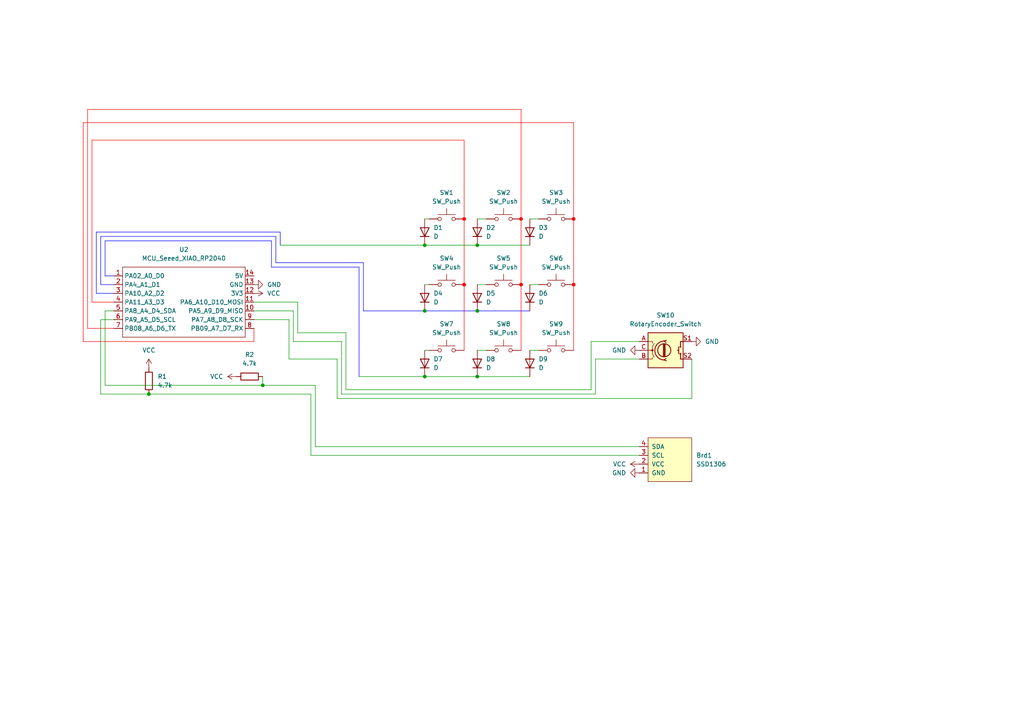
<source format=kicad_sch>
(kicad_sch
	(version 20231120)
	(generator "eeschema")
	(generator_version "8.0")
	(uuid "9332df68-c26b-4b38-983d-d721d3f8e58b")
	(paper "A4")
	(lib_symbols
		(symbol "D_1"
			(pin_numbers hide)
			(pin_names
				(offset 1.016) hide)
			(exclude_from_sim no)
			(in_bom yes)
			(on_board yes)
			(property "Reference" "D1"
				(at 1.2701 -2.54 90)
				(effects
					(font
						(size 1.27 1.27)
					)
					(justify right)
				)
			)
			(property "Value" "D"
				(at -1.2699 -2.54 90)
				(effects
					(font
						(size 1.27 1.27)
					)
					(justify right)
				)
			)
			(property "Footprint" "custom library:DIODE-1N4148"
				(at 0 0 0)
				(effects
					(font
						(size 1.27 1.27)
					)
					(hide yes)
				)
			)
			(property "Datasheet" "~"
				(at 0 0 0)
				(effects
					(font
						(size 1.27 1.27)
					)
					(hide yes)
				)
			)
			(property "Description" "Diode"
				(at 0 0 0)
				(effects
					(font
						(size 1.27 1.27)
					)
					(hide yes)
				)
			)
			(property "Sim.Device" "D"
				(at 0 0 0)
				(effects
					(font
						(size 1.27 1.27)
					)
					(hide yes)
				)
			)
			(property "Sim.Pins" "1=K 2=A"
				(at 0 0 0)
				(effects
					(font
						(size 1.27 1.27)
					)
					(hide yes)
				)
			)
			(property "ki_keywords" "diode"
				(at 0 0 0)
				(effects
					(font
						(size 1.27 1.27)
					)
					(hide yes)
				)
			)
			(property "ki_fp_filters" "TO-???* *_Diode_* *SingleDiode* D_*"
				(at 0 0 0)
				(effects
					(font
						(size 1.27 1.27)
					)
					(hide yes)
				)
			)
			(symbol "D_1_0_1"
				(polyline
					(pts
						(xy -1.27 1.27) (xy -1.27 -1.27)
					)
					(stroke
						(width 0.254)
						(type default)
					)
					(fill
						(type none)
					)
				)
				(polyline
					(pts
						(xy 1.27 0) (xy -1.27 0)
					)
					(stroke
						(width 0)
						(type default)
					)
					(fill
						(type none)
					)
				)
				(polyline
					(pts
						(xy 1.27 1.27) (xy 1.27 -1.27) (xy -1.27 0) (xy 1.27 1.27)
					)
					(stroke
						(width 0.254)
						(type default)
					)
					(fill
						(type none)
					)
				)
			)
			(symbol "D_1_1_1"
				(pin passive line
					(at 3.81 0 180)
					(length 2.54)
					(name "A"
						(effects
							(font
								(size 1.27 1.27)
							)
						)
					)
					(number "A"
						(effects
							(font
								(size 1.27 1.27)
							)
						)
					)
				)
				(pin passive line
					(at -3.81 0 0)
					(length 2.54)
					(name "K"
						(effects
							(font
								(size 1.27 1.27)
							)
						)
					)
					(number "K"
						(effects
							(font
								(size 1.27 1.27)
							)
						)
					)
				)
			)
		)
		(symbol "Device:R"
			(pin_numbers hide)
			(pin_names
				(offset 0)
			)
			(exclude_from_sim no)
			(in_bom yes)
			(on_board yes)
			(property "Reference" "R"
				(at 2.032 0 90)
				(effects
					(font
						(size 1.27 1.27)
					)
				)
			)
			(property "Value" "R"
				(at 0 0 90)
				(effects
					(font
						(size 1.27 1.27)
					)
				)
			)
			(property "Footprint" ""
				(at -1.778 0 90)
				(effects
					(font
						(size 1.27 1.27)
					)
					(hide yes)
				)
			)
			(property "Datasheet" "~"
				(at 0 0 0)
				(effects
					(font
						(size 1.27 1.27)
					)
					(hide yes)
				)
			)
			(property "Description" "Resistor"
				(at 0 0 0)
				(effects
					(font
						(size 1.27 1.27)
					)
					(hide yes)
				)
			)
			(property "ki_keywords" "R res resistor"
				(at 0 0 0)
				(effects
					(font
						(size 1.27 1.27)
					)
					(hide yes)
				)
			)
			(property "ki_fp_filters" "R_*"
				(at 0 0 0)
				(effects
					(font
						(size 1.27 1.27)
					)
					(hide yes)
				)
			)
			(symbol "R_0_1"
				(rectangle
					(start -1.016 -2.54)
					(end 1.016 2.54)
					(stroke
						(width 0.254)
						(type default)
					)
					(fill
						(type none)
					)
				)
			)
			(symbol "R_1_1"
				(pin passive line
					(at 0 3.81 270)
					(length 1.27)
					(name "~"
						(effects
							(font
								(size 1.27 1.27)
							)
						)
					)
					(number "1"
						(effects
							(font
								(size 1.27 1.27)
							)
						)
					)
				)
				(pin passive line
					(at 0 -3.81 90)
					(length 1.27)
					(name "~"
						(effects
							(font
								(size 1.27 1.27)
							)
						)
					)
					(number "2"
						(effects
							(font
								(size 1.27 1.27)
							)
						)
					)
				)
			)
		)
		(symbol "Device:RotaryEncoder_Switch"
			(pin_names
				(offset 0.254) hide)
			(exclude_from_sim no)
			(in_bom yes)
			(on_board yes)
			(property "Reference" "SW"
				(at 0 6.604 0)
				(effects
					(font
						(size 1.27 1.27)
					)
				)
			)
			(property "Value" "RotaryEncoder_Switch"
				(at 0 -6.604 0)
				(effects
					(font
						(size 1.27 1.27)
					)
				)
			)
			(property "Footprint" ""
				(at -3.81 4.064 0)
				(effects
					(font
						(size 1.27 1.27)
					)
					(hide yes)
				)
			)
			(property "Datasheet" "~"
				(at 0 6.604 0)
				(effects
					(font
						(size 1.27 1.27)
					)
					(hide yes)
				)
			)
			(property "Description" "Rotary encoder, dual channel, incremental quadrate outputs, with switch"
				(at 0 0 0)
				(effects
					(font
						(size 1.27 1.27)
					)
					(hide yes)
				)
			)
			(property "ki_keywords" "rotary switch encoder switch push button"
				(at 0 0 0)
				(effects
					(font
						(size 1.27 1.27)
					)
					(hide yes)
				)
			)
			(property "ki_fp_filters" "RotaryEncoder*Switch*"
				(at 0 0 0)
				(effects
					(font
						(size 1.27 1.27)
					)
					(hide yes)
				)
			)
			(symbol "RotaryEncoder_Switch_0_1"
				(rectangle
					(start -5.08 5.08)
					(end 5.08 -5.08)
					(stroke
						(width 0.254)
						(type default)
					)
					(fill
						(type background)
					)
				)
				(circle
					(center -3.81 0)
					(radius 0.254)
					(stroke
						(width 0)
						(type default)
					)
					(fill
						(type outline)
					)
				)
				(circle
					(center -0.381 0)
					(radius 1.905)
					(stroke
						(width 0.254)
						(type default)
					)
					(fill
						(type none)
					)
				)
				(arc
					(start -0.381 2.667)
					(mid -3.0988 -0.0635)
					(end -0.381 -2.794)
					(stroke
						(width 0.254)
						(type default)
					)
					(fill
						(type none)
					)
				)
				(polyline
					(pts
						(xy -0.635 -1.778) (xy -0.635 1.778)
					)
					(stroke
						(width 0.254)
						(type default)
					)
					(fill
						(type none)
					)
				)
				(polyline
					(pts
						(xy -0.381 -1.778) (xy -0.381 1.778)
					)
					(stroke
						(width 0.254)
						(type default)
					)
					(fill
						(type none)
					)
				)
				(polyline
					(pts
						(xy -0.127 1.778) (xy -0.127 -1.778)
					)
					(stroke
						(width 0.254)
						(type default)
					)
					(fill
						(type none)
					)
				)
				(polyline
					(pts
						(xy 3.81 0) (xy 3.429 0)
					)
					(stroke
						(width 0.254)
						(type default)
					)
					(fill
						(type none)
					)
				)
				(polyline
					(pts
						(xy 3.81 1.016) (xy 3.81 -1.016)
					)
					(stroke
						(width 0.254)
						(type default)
					)
					(fill
						(type none)
					)
				)
				(polyline
					(pts
						(xy -5.08 -2.54) (xy -3.81 -2.54) (xy -3.81 -2.032)
					)
					(stroke
						(width 0)
						(type default)
					)
					(fill
						(type none)
					)
				)
				(polyline
					(pts
						(xy -5.08 2.54) (xy -3.81 2.54) (xy -3.81 2.032)
					)
					(stroke
						(width 0)
						(type default)
					)
					(fill
						(type none)
					)
				)
				(polyline
					(pts
						(xy 0.254 -3.048) (xy -0.508 -2.794) (xy 0.127 -2.413)
					)
					(stroke
						(width 0.254)
						(type default)
					)
					(fill
						(type none)
					)
				)
				(polyline
					(pts
						(xy 0.254 2.921) (xy -0.508 2.667) (xy 0.127 2.286)
					)
					(stroke
						(width 0.254)
						(type default)
					)
					(fill
						(type none)
					)
				)
				(polyline
					(pts
						(xy 5.08 -2.54) (xy 4.318 -2.54) (xy 4.318 -1.016)
					)
					(stroke
						(width 0.254)
						(type default)
					)
					(fill
						(type none)
					)
				)
				(polyline
					(pts
						(xy 5.08 2.54) (xy 4.318 2.54) (xy 4.318 1.016)
					)
					(stroke
						(width 0.254)
						(type default)
					)
					(fill
						(type none)
					)
				)
				(polyline
					(pts
						(xy -5.08 0) (xy -3.81 0) (xy -3.81 -1.016) (xy -3.302 -2.032)
					)
					(stroke
						(width 0)
						(type default)
					)
					(fill
						(type none)
					)
				)
				(polyline
					(pts
						(xy -4.318 0) (xy -3.81 0) (xy -3.81 1.016) (xy -3.302 2.032)
					)
					(stroke
						(width 0)
						(type default)
					)
					(fill
						(type none)
					)
				)
				(circle
					(center 4.318 -1.016)
					(radius 0.127)
					(stroke
						(width 0.254)
						(type default)
					)
					(fill
						(type none)
					)
				)
				(circle
					(center 4.318 1.016)
					(radius 0.127)
					(stroke
						(width 0.254)
						(type default)
					)
					(fill
						(type none)
					)
				)
			)
			(symbol "RotaryEncoder_Switch_1_1"
				(pin passive line
					(at -7.62 2.54 0)
					(length 2.54)
					(name "A"
						(effects
							(font
								(size 1.27 1.27)
							)
						)
					)
					(number "A"
						(effects
							(font
								(size 1.27 1.27)
							)
						)
					)
				)
				(pin passive line
					(at -7.62 -2.54 0)
					(length 2.54)
					(name "B"
						(effects
							(font
								(size 1.27 1.27)
							)
						)
					)
					(number "B"
						(effects
							(font
								(size 1.27 1.27)
							)
						)
					)
				)
				(pin passive line
					(at -7.62 0 0)
					(length 2.54)
					(name "C"
						(effects
							(font
								(size 1.27 1.27)
							)
						)
					)
					(number "C"
						(effects
							(font
								(size 1.27 1.27)
							)
						)
					)
				)
				(pin passive line
					(at 7.62 2.54 180)
					(length 2.54)
					(name "S1"
						(effects
							(font
								(size 1.27 1.27)
							)
						)
					)
					(number "S1"
						(effects
							(font
								(size 1.27 1.27)
							)
						)
					)
				)
				(pin passive line
					(at 7.62 -2.54 180)
					(length 2.54)
					(name "S2"
						(effects
							(font
								(size 1.27 1.27)
							)
						)
					)
					(number "S2"
						(effects
							(font
								(size 1.27 1.27)
							)
						)
					)
				)
			)
		)
		(symbol "SSD1306-128x64_OLED:SSD1306"
			(pin_names
				(offset 1.016)
			)
			(exclude_from_sim no)
			(in_bom yes)
			(on_board yes)
			(property "Reference" "Brd"
				(at 0 -3.81 0)
				(effects
					(font
						(size 1.27 1.27)
					)
				)
			)
			(property "Value" "SSD1306"
				(at 0 -1.27 0)
				(effects
					(font
						(size 1.27 1.27)
					)
				)
			)
			(property "Footprint" ""
				(at 0 6.35 0)
				(effects
					(font
						(size 1.27 1.27)
					)
					(hide yes)
				)
			)
			(property "Datasheet" ""
				(at 0 6.35 0)
				(effects
					(font
						(size 1.27 1.27)
					)
					(hide yes)
				)
			)
			(property "Description" "SSD1306 OLED"
				(at 0 0 0)
				(effects
					(font
						(size 1.27 1.27)
					)
					(hide yes)
				)
			)
			(property "ki_keywords" "SSD1306"
				(at 0 0 0)
				(effects
					(font
						(size 1.27 1.27)
					)
					(hide yes)
				)
			)
			(property "ki_fp_filters" "SSD1306-128x64_OLED:SSD1306"
				(at 0 0 0)
				(effects
					(font
						(size 1.27 1.27)
					)
					(hide yes)
				)
			)
			(symbol "SSD1306_0_1"
				(rectangle
					(start -6.35 6.35)
					(end 6.35 -6.35)
					(stroke
						(width 0)
						(type solid)
					)
					(fill
						(type background)
					)
				)
			)
			(symbol "SSD1306_1_1"
				(pin input line
					(at -3.81 8.89 270)
					(length 2.54)
					(name "GND"
						(effects
							(font
								(size 1.27 1.27)
							)
						)
					)
					(number "1"
						(effects
							(font
								(size 1.27 1.27)
							)
						)
					)
				)
				(pin input line
					(at -1.27 8.89 270)
					(length 2.54)
					(name "VCC"
						(effects
							(font
								(size 1.27 1.27)
							)
						)
					)
					(number "2"
						(effects
							(font
								(size 1.27 1.27)
							)
						)
					)
				)
				(pin input line
					(at 1.27 8.89 270)
					(length 2.54)
					(name "SCL"
						(effects
							(font
								(size 1.27 1.27)
							)
						)
					)
					(number "3"
						(effects
							(font
								(size 1.27 1.27)
							)
						)
					)
				)
				(pin input line
					(at 3.81 8.89 270)
					(length 2.54)
					(name "SDA"
						(effects
							(font
								(size 1.27 1.27)
							)
						)
					)
					(number "4"
						(effects
							(font
								(size 1.27 1.27)
							)
						)
					)
				)
			)
		)
		(symbol "ScottoKeebs:MCU_Seeed_XIAO_RP2040"
			(exclude_from_sim no)
			(in_bom yes)
			(on_board yes)
			(property "Reference" "U"
				(at -16.51 11.43 0)
				(effects
					(font
						(size 1.27 1.27)
					)
				)
			)
			(property "Value" "MCU_Seeed_XIAO_RP2040"
				(at -3.81 -11.43 0)
				(effects
					(font
						(size 1.27 1.27)
					)
				)
			)
			(property "Footprint" ""
				(at -16.51 2.54 0)
				(effects
					(font
						(size 1.27 1.27)
					)
					(hide yes)
				)
			)
			(property "Datasheet" ""
				(at -16.51 2.54 0)
				(effects
					(font
						(size 1.27 1.27)
					)
					(hide yes)
				)
			)
			(property "Description" ""
				(at 0 0 0)
				(effects
					(font
						(size 1.27 1.27)
					)
					(hide yes)
				)
			)
			(symbol "MCU_Seeed_XIAO_RP2040_0_1"
				(rectangle
					(start -16.51 10.16)
					(end 19.05 -10.16)
					(stroke
						(width 0)
						(type default)
					)
					(fill
						(type none)
					)
				)
			)
			(symbol "MCU_Seeed_XIAO_RP2040_1_1"
				(pin passive line
					(at -19.05 7.62 0)
					(length 2.54)
					(name "PA02_A0_D0"
						(effects
							(font
								(size 1.27 1.27)
							)
						)
					)
					(number "1"
						(effects
							(font
								(size 1.27 1.27)
							)
						)
					)
				)
				(pin passive line
					(at 21.59 -2.54 180)
					(length 2.54)
					(name "PA5_A9_D9_MISO"
						(effects
							(font
								(size 1.27 1.27)
							)
						)
					)
					(number "10"
						(effects
							(font
								(size 1.27 1.27)
							)
						)
					)
				)
				(pin passive line
					(at 21.59 0 180)
					(length 2.54)
					(name "PA6_A10_D10_MOSI"
						(effects
							(font
								(size 1.27 1.27)
							)
						)
					)
					(number "11"
						(effects
							(font
								(size 1.27 1.27)
							)
						)
					)
				)
				(pin passive line
					(at 21.59 2.54 180)
					(length 2.54)
					(name "3V3"
						(effects
							(font
								(size 1.27 1.27)
							)
						)
					)
					(number "12"
						(effects
							(font
								(size 1.27 1.27)
							)
						)
					)
				)
				(pin passive line
					(at 21.59 5.08 180)
					(length 2.54)
					(name "GND"
						(effects
							(font
								(size 1.27 1.27)
							)
						)
					)
					(number "13"
						(effects
							(font
								(size 1.27 1.27)
							)
						)
					)
				)
				(pin passive line
					(at 21.59 7.62 180)
					(length 2.54)
					(name "5V"
						(effects
							(font
								(size 1.27 1.27)
							)
						)
					)
					(number "14"
						(effects
							(font
								(size 1.27 1.27)
							)
						)
					)
				)
				(pin passive line
					(at -19.05 5.08 0)
					(length 2.54)
					(name "PA4_A1_D1"
						(effects
							(font
								(size 1.27 1.27)
							)
						)
					)
					(number "2"
						(effects
							(font
								(size 1.27 1.27)
							)
						)
					)
				)
				(pin passive line
					(at -19.05 2.54 0)
					(length 2.54)
					(name "PA10_A2_D2"
						(effects
							(font
								(size 1.27 1.27)
							)
						)
					)
					(number "3"
						(effects
							(font
								(size 1.27 1.27)
							)
						)
					)
				)
				(pin passive line
					(at -19.05 0 0)
					(length 2.54)
					(name "PA11_A3_D3"
						(effects
							(font
								(size 1.27 1.27)
							)
						)
					)
					(number "4"
						(effects
							(font
								(size 1.27 1.27)
							)
						)
					)
				)
				(pin passive line
					(at -19.05 -2.54 0)
					(length 2.54)
					(name "PA8_A4_D4_SDA"
						(effects
							(font
								(size 1.27 1.27)
							)
						)
					)
					(number "5"
						(effects
							(font
								(size 1.27 1.27)
							)
						)
					)
				)
				(pin passive line
					(at -19.05 -5.08 0)
					(length 2.54)
					(name "PA9_A5_D5_SCL"
						(effects
							(font
								(size 1.27 1.27)
							)
						)
					)
					(number "6"
						(effects
							(font
								(size 1.27 1.27)
							)
						)
					)
				)
				(pin passive line
					(at -19.05 -7.62 0)
					(length 2.54)
					(name "PB08_A6_D6_TX"
						(effects
							(font
								(size 1.27 1.27)
							)
						)
					)
					(number "7"
						(effects
							(font
								(size 1.27 1.27)
							)
						)
					)
				)
				(pin passive line
					(at 21.59 -7.62 180)
					(length 2.54)
					(name "PB09_A7_D7_RX"
						(effects
							(font
								(size 1.27 1.27)
							)
						)
					)
					(number "8"
						(effects
							(font
								(size 1.27 1.27)
							)
						)
					)
				)
				(pin passive line
					(at 21.59 -5.08 180)
					(length 2.54)
					(name "PA7_A8_D8_SCK"
						(effects
							(font
								(size 1.27 1.27)
							)
						)
					)
					(number "9"
						(effects
							(font
								(size 1.27 1.27)
							)
						)
					)
				)
			)
		)
		(symbol "Switch:SW_Push"
			(pin_numbers hide)
			(pin_names
				(offset 1.016) hide)
			(exclude_from_sim no)
			(in_bom yes)
			(on_board yes)
			(property "Reference" "SW"
				(at 1.27 2.54 0)
				(effects
					(font
						(size 1.27 1.27)
					)
					(justify left)
				)
			)
			(property "Value" "SW_Push"
				(at 0 -1.524 0)
				(effects
					(font
						(size 1.27 1.27)
					)
				)
			)
			(property "Footprint" ""
				(at 0 5.08 0)
				(effects
					(font
						(size 1.27 1.27)
					)
					(hide yes)
				)
			)
			(property "Datasheet" "~"
				(at 0 5.08 0)
				(effects
					(font
						(size 1.27 1.27)
					)
					(hide yes)
				)
			)
			(property "Description" "Push button switch, generic, two pins"
				(at 0 0 0)
				(effects
					(font
						(size 1.27 1.27)
					)
					(hide yes)
				)
			)
			(property "ki_keywords" "switch normally-open pushbutton push-button"
				(at 0 0 0)
				(effects
					(font
						(size 1.27 1.27)
					)
					(hide yes)
				)
			)
			(symbol "SW_Push_0_1"
				(circle
					(center -2.032 0)
					(radius 0.508)
					(stroke
						(width 0)
						(type default)
					)
					(fill
						(type none)
					)
				)
				(polyline
					(pts
						(xy 0 1.27) (xy 0 3.048)
					)
					(stroke
						(width 0)
						(type default)
					)
					(fill
						(type none)
					)
				)
				(polyline
					(pts
						(xy 2.54 1.27) (xy -2.54 1.27)
					)
					(stroke
						(width 0)
						(type default)
					)
					(fill
						(type none)
					)
				)
				(circle
					(center 2.032 0)
					(radius 0.508)
					(stroke
						(width 0)
						(type default)
					)
					(fill
						(type none)
					)
				)
				(pin passive line
					(at -5.08 0 0)
					(length 2.54)
					(name "1"
						(effects
							(font
								(size 1.27 1.27)
							)
						)
					)
					(number "1"
						(effects
							(font
								(size 1.27 1.27)
							)
						)
					)
				)
				(pin passive line
					(at 5.08 0 180)
					(length 2.54)
					(name "2"
						(effects
							(font
								(size 1.27 1.27)
							)
						)
					)
					(number "2"
						(effects
							(font
								(size 1.27 1.27)
							)
						)
					)
				)
			)
		)
		(symbol "power:GND"
			(power)
			(pin_numbers hide)
			(pin_names
				(offset 0) hide)
			(exclude_from_sim no)
			(in_bom yes)
			(on_board yes)
			(property "Reference" "#PWR"
				(at 0 -6.35 0)
				(effects
					(font
						(size 1.27 1.27)
					)
					(hide yes)
				)
			)
			(property "Value" "GND"
				(at 0 -3.81 0)
				(effects
					(font
						(size 1.27 1.27)
					)
				)
			)
			(property "Footprint" ""
				(at 0 0 0)
				(effects
					(font
						(size 1.27 1.27)
					)
					(hide yes)
				)
			)
			(property "Datasheet" ""
				(at 0 0 0)
				(effects
					(font
						(size 1.27 1.27)
					)
					(hide yes)
				)
			)
			(property "Description" "Power symbol creates a global label with name \"GND\" , ground"
				(at 0 0 0)
				(effects
					(font
						(size 1.27 1.27)
					)
					(hide yes)
				)
			)
			(property "ki_keywords" "global power"
				(at 0 0 0)
				(effects
					(font
						(size 1.27 1.27)
					)
					(hide yes)
				)
			)
			(symbol "GND_0_1"
				(polyline
					(pts
						(xy 0 0) (xy 0 -1.27) (xy 1.27 -1.27) (xy 0 -2.54) (xy -1.27 -1.27) (xy 0 -1.27)
					)
					(stroke
						(width 0)
						(type default)
					)
					(fill
						(type none)
					)
				)
			)
			(symbol "GND_1_1"
				(pin power_in line
					(at 0 0 270)
					(length 0)
					(name "~"
						(effects
							(font
								(size 1.27 1.27)
							)
						)
					)
					(number "1"
						(effects
							(font
								(size 1.27 1.27)
							)
						)
					)
				)
			)
		)
		(symbol "power:VCC"
			(power)
			(pin_numbers hide)
			(pin_names
				(offset 0) hide)
			(exclude_from_sim no)
			(in_bom yes)
			(on_board yes)
			(property "Reference" "#PWR"
				(at 0 -3.81 0)
				(effects
					(font
						(size 1.27 1.27)
					)
					(hide yes)
				)
			)
			(property "Value" "VCC"
				(at 0 3.556 0)
				(effects
					(font
						(size 1.27 1.27)
					)
				)
			)
			(property "Footprint" ""
				(at 0 0 0)
				(effects
					(font
						(size 1.27 1.27)
					)
					(hide yes)
				)
			)
			(property "Datasheet" ""
				(at 0 0 0)
				(effects
					(font
						(size 1.27 1.27)
					)
					(hide yes)
				)
			)
			(property "Description" "Power symbol creates a global label with name \"VCC\""
				(at 0 0 0)
				(effects
					(font
						(size 1.27 1.27)
					)
					(hide yes)
				)
			)
			(property "ki_keywords" "global power"
				(at 0 0 0)
				(effects
					(font
						(size 1.27 1.27)
					)
					(hide yes)
				)
			)
			(symbol "VCC_0_1"
				(polyline
					(pts
						(xy -0.762 1.27) (xy 0 2.54)
					)
					(stroke
						(width 0)
						(type default)
					)
					(fill
						(type none)
					)
				)
				(polyline
					(pts
						(xy 0 0) (xy 0 2.54)
					)
					(stroke
						(width 0)
						(type default)
					)
					(fill
						(type none)
					)
				)
				(polyline
					(pts
						(xy 0 2.54) (xy 0.762 1.27)
					)
					(stroke
						(width 0)
						(type default)
					)
					(fill
						(type none)
					)
				)
			)
			(symbol "VCC_1_1"
				(pin power_in line
					(at 0 0 90)
					(length 0)
					(name "~"
						(effects
							(font
								(size 1.27 1.27)
							)
						)
					)
					(number "1"
						(effects
							(font
								(size 1.27 1.27)
							)
						)
					)
				)
			)
		)
	)
	(junction
		(at 123.19 109.22)
		(diameter 0)
		(color 0 0 0 0)
		(uuid "2b911dd5-231d-40d3-9300-97f80d1a7e6a")
	)
	(junction
		(at 134.62 63.5)
		(diameter 0)
		(color 255 0 0 1)
		(uuid "4340efaa-72e1-4b47-9fe7-e2cdd9868d82")
	)
	(junction
		(at 166.37 82.55)
		(diameter 0)
		(color 255 0 0 1)
		(uuid "4b5f9d0a-0b6a-45c4-8f79-6e6c35ea634c")
	)
	(junction
		(at 151.13 82.55)
		(diameter 0)
		(color 255 0 0 1)
		(uuid "64b5eca3-5529-4885-92a0-8c3666845745")
	)
	(junction
		(at 43.18 114.3)
		(diameter 0)
		(color 0 0 0 0)
		(uuid "6ee16cf2-b5f6-4fc8-89e8-705ee3fab60c")
	)
	(junction
		(at 123.19 90.17)
		(diameter 0)
		(color 0 0 0 0)
		(uuid "8fb3bbb2-b5df-4f8e-bf75-0475cba71b82")
	)
	(junction
		(at 134.62 82.55)
		(diameter 0)
		(color 255 0 0 1)
		(uuid "aa603cb1-1d7e-4dce-8290-43aef01bede9")
	)
	(junction
		(at 123.19 71.12)
		(diameter 0)
		(color 0 0 0 0)
		(uuid "afc301f1-dc24-4a33-8efe-0f9b07367372")
	)
	(junction
		(at 138.43 90.17)
		(diameter 0)
		(color 0 0 0 0)
		(uuid "c6f0f8d9-7c3c-49b3-a04a-e3e5092ff969")
	)
	(junction
		(at 166.37 63.5)
		(diameter 0)
		(color 255 0 0 1)
		(uuid "d740e2f7-0b2e-4de6-8140-0fdad3e946d4")
	)
	(junction
		(at 138.43 71.12)
		(diameter 0)
		(color 0 0 0 0)
		(uuid "e4b56f51-80c2-4304-8089-4f25ba42fd06")
	)
	(junction
		(at 138.43 109.22)
		(diameter 0)
		(color 0 0 0 0)
		(uuid "f0a2c626-182e-4d5a-a818-164a4b9f1ff8")
	)
	(junction
		(at 76.2 111.76)
		(diameter 0)
		(color 0 0 0 0)
		(uuid "f1e6b9ae-6a7f-46d8-b5aa-13ca8b4041c9")
	)
	(junction
		(at 151.13 63.5)
		(diameter 0)
		(color 255 0 0 1)
		(uuid "f355c5c3-875a-41de-a540-e552aafbf438")
	)
	(wire
		(pts
			(xy 86.36 87.63) (xy 86.36 96.52)
		)
		(stroke
			(width 0)
			(type default)
		)
		(uuid "011c097e-1d91-4c56-8754-609b1ed7d1a4")
	)
	(wire
		(pts
			(xy 81.28 71.12) (xy 123.19 71.12)
		)
		(stroke
			(width 0)
			(type default)
		)
		(uuid "0435f2de-7ec5-4fd5-9bf5-0d0e30873fbe")
	)
	(wire
		(pts
			(xy 30.48 80.01) (xy 33.02 80.01)
		)
		(stroke
			(width 0)
			(type default)
			(color 0 0 255 1)
		)
		(uuid "04e151c7-b41d-499d-83d7-7b7b023bb314")
	)
	(wire
		(pts
			(xy 123.19 63.5) (xy 124.46 63.5)
		)
		(stroke
			(width 0)
			(type default)
		)
		(uuid "064c3b57-37c1-46c3-a828-8b714693f9a0")
	)
	(wire
		(pts
			(xy 78.74 77.47) (xy 78.74 69.85)
		)
		(stroke
			(width 0)
			(type default)
			(color 0 0 255 1)
		)
		(uuid "07aea68b-b8a9-408d-99db-7ab49423bbd8")
	)
	(wire
		(pts
			(xy 83.82 92.71) (xy 73.66 92.71)
		)
		(stroke
			(width 0)
			(type default)
		)
		(uuid "0991699d-82c7-4837-a550-a46889142986")
	)
	(wire
		(pts
			(xy 104.14 77.47) (xy 78.74 77.47)
		)
		(stroke
			(width 0)
			(type default)
			(color 0 0 255 1)
		)
		(uuid "0af19f25-5db1-4e8b-8529-778c3b4957db")
	)
	(wire
		(pts
			(xy 151.13 31.75) (xy 151.13 63.5)
		)
		(stroke
			(width 0)
			(type default)
			(color 255 0 0 1)
		)
		(uuid "0c07c02a-eb24-47a0-b8da-209d9f275ad3")
	)
	(wire
		(pts
			(xy 104.14 109.22) (xy 123.19 109.22)
		)
		(stroke
			(width 0)
			(type default)
		)
		(uuid "0cc2d7ac-84d1-4892-9540-54ebc38a4e7b")
	)
	(wire
		(pts
			(xy 26.67 40.64) (xy 134.62 40.64)
		)
		(stroke
			(width 0)
			(type default)
			(color 255 0 0 1)
		)
		(uuid "0de5bc6a-256b-42e3-b8bc-6acd9ef18589")
	)
	(wire
		(pts
			(xy 80.01 68.58) (xy 29.21 68.58)
		)
		(stroke
			(width 0)
			(type default)
			(color 0 0 255 1)
		)
		(uuid "0e955b64-4379-4a9e-b9c6-004ba31833ff")
	)
	(wire
		(pts
			(xy 138.43 90.17) (xy 153.67 90.17)
		)
		(stroke
			(width 0)
			(type default)
			(color 0 0 255 1)
		)
		(uuid "0f597027-aaec-4af8-ad16-8d7346aa8d8e")
	)
	(wire
		(pts
			(xy 123.19 90.17) (xy 138.43 90.17)
		)
		(stroke
			(width 0)
			(type default)
			(color 0 0 255 1)
		)
		(uuid "12c47aa8-d5a8-41fe-9c9e-bdd28d03a13b")
	)
	(wire
		(pts
			(xy 172.72 104.14) (xy 172.72 114.3)
		)
		(stroke
			(width 0)
			(type default)
		)
		(uuid "12f2f23a-4aa5-4009-bbc8-d50359a2867b")
	)
	(wire
		(pts
			(xy 27.94 67.31) (xy 27.94 85.09)
		)
		(stroke
			(width 0)
			(type default)
			(color 0 0 255 1)
		)
		(uuid "14102348-8a6a-455c-ab48-2413a30c02ef")
	)
	(wire
		(pts
			(xy 91.44 129.54) (xy 91.44 111.76)
		)
		(stroke
			(width 0)
			(type default)
		)
		(uuid "1bb77530-d8c6-4c03-8571-6d6f967da807")
	)
	(wire
		(pts
			(xy 25.4 31.75) (xy 25.4 95.25)
		)
		(stroke
			(width 0)
			(type default)
			(color 255 0 0 1)
		)
		(uuid "20a76c2e-9f1e-4995-84f8-aecf54515dc8")
	)
	(wire
		(pts
			(xy 43.18 114.3) (xy 90.17 114.3)
		)
		(stroke
			(width 0)
			(type default)
		)
		(uuid "2186e6b4-8255-45d4-ad37-a38cdf8cb888")
	)
	(wire
		(pts
			(xy 78.74 69.85) (xy 30.48 69.85)
		)
		(stroke
			(width 0)
			(type default)
			(color 0 0 255 1)
		)
		(uuid "221c5174-0cbc-450b-a380-7b20ea07e364")
	)
	(wire
		(pts
			(xy 104.14 109.22) (xy 104.14 77.47)
		)
		(stroke
			(width 0)
			(type default)
			(color 0 0 255 1)
		)
		(uuid "24b1a834-8dd3-4375-8aa1-20ed7c2d080a")
	)
	(wire
		(pts
			(xy 30.48 69.85) (xy 30.48 80.01)
		)
		(stroke
			(width 0)
			(type default)
			(color 0 0 255 1)
		)
		(uuid "27293280-1a72-439a-8918-d450251d60a7")
	)
	(wire
		(pts
			(xy 85.09 99.06) (xy 85.09 90.17)
		)
		(stroke
			(width 0)
			(type default)
		)
		(uuid "2951519c-7b31-4f42-a915-5369ee7d461b")
	)
	(wire
		(pts
			(xy 151.13 63.5) (xy 151.13 82.55)
		)
		(stroke
			(width 0)
			(type default)
			(color 255 0 0 1)
		)
		(uuid "2d7a4bd3-ffef-456b-bb8b-c2244e18bd25")
	)
	(wire
		(pts
			(xy 185.42 129.54) (xy 91.44 129.54)
		)
		(stroke
			(width 0)
			(type default)
		)
		(uuid "2e824a21-5c68-4f32-8d3d-415c95b16097")
	)
	(wire
		(pts
			(xy 83.82 104.14) (xy 83.82 92.71)
		)
		(stroke
			(width 0)
			(type default)
		)
		(uuid "2f1c3b36-b9fb-4d13-a7b2-a9da12eb2454")
	)
	(wire
		(pts
			(xy 123.19 71.12) (xy 138.43 71.12)
		)
		(stroke
			(width 0)
			(type default)
		)
		(uuid "36e3fb87-9bd1-4f02-aed4-b530fc4c72ff")
	)
	(wire
		(pts
			(xy 153.67 101.6) (xy 156.21 101.6)
		)
		(stroke
			(width 0)
			(type default)
		)
		(uuid "3762772d-739e-4271-9d92-4e689eed449d")
	)
	(wire
		(pts
			(xy 134.62 40.64) (xy 134.62 63.5)
		)
		(stroke
			(width 0)
			(type default)
			(color 255 0 0 1)
		)
		(uuid "39934819-cf1a-4755-9f87-e345b2da9033")
	)
	(wire
		(pts
			(xy 185.42 99.06) (xy 171.45 99.06)
		)
		(stroke
			(width 0)
			(type default)
		)
		(uuid "432848ad-8b39-46d6-b425-e8cf0154aded")
	)
	(wire
		(pts
			(xy 97.79 115.57) (xy 97.79 104.14)
		)
		(stroke
			(width 0)
			(type default)
		)
		(uuid "442f570c-48a2-4da2-8b0c-3be630b3d7a8")
	)
	(wire
		(pts
			(xy 185.42 132.08) (xy 90.17 132.08)
		)
		(stroke
			(width 0)
			(type default)
		)
		(uuid "45ba9619-0a34-46a7-9031-0c99e5ddb055")
	)
	(wire
		(pts
			(xy 200.66 104.14) (xy 200.66 115.57)
		)
		(stroke
			(width 0)
			(type default)
		)
		(uuid "480efeb6-7bf5-46e4-a4ae-3800c645ee58")
	)
	(wire
		(pts
			(xy 29.21 92.71) (xy 29.21 114.3)
		)
		(stroke
			(width 0)
			(type default)
		)
		(uuid "4e1996b1-8af7-4467-b5c0-72f55b52786c")
	)
	(wire
		(pts
			(xy 138.43 71.12) (xy 153.67 71.12)
		)
		(stroke
			(width 0)
			(type default)
		)
		(uuid "55fda4f9-e829-4145-9211-dee1dfc59be4")
	)
	(wire
		(pts
			(xy 123.19 101.6) (xy 124.46 101.6)
		)
		(stroke
			(width 0)
			(type default)
		)
		(uuid "5ad4289f-827a-4709-b5c2-55a731adb701")
	)
	(wire
		(pts
			(xy 29.21 82.55) (xy 33.02 82.55)
		)
		(stroke
			(width 0)
			(type default)
			(color 0 0 255 1)
		)
		(uuid "61d7baee-2431-4fcb-8798-245770d18be9")
	)
	(wire
		(pts
			(xy 105.41 90.17) (xy 105.41 76.2)
		)
		(stroke
			(width 0)
			(type default)
			(color 0 0 255 1)
		)
		(uuid "61e023aa-faed-4666-bc2b-1d8f2f95f26a")
	)
	(wire
		(pts
			(xy 200.66 115.57) (xy 97.79 115.57)
		)
		(stroke
			(width 0)
			(type default)
		)
		(uuid "6a031115-370e-4b5a-9228-3dcd95cfe7bd")
	)
	(wire
		(pts
			(xy 30.48 90.17) (xy 33.02 90.17)
		)
		(stroke
			(width 0)
			(type default)
		)
		(uuid "6a376eca-eef8-4b63-bac8-ac87c7706387")
	)
	(wire
		(pts
			(xy 86.36 87.63) (xy 73.66 87.63)
		)
		(stroke
			(width 0)
			(type default)
		)
		(uuid "6fad092a-ce5a-4a85-82ea-44fadb814cd0")
	)
	(wire
		(pts
			(xy 24.13 35.56) (xy 166.37 35.56)
		)
		(stroke
			(width 0)
			(type default)
			(color 255 0 0 1)
		)
		(uuid "7a109349-8541-400c-9c52-4815baea04ca")
	)
	(wire
		(pts
			(xy 123.19 109.22) (xy 138.43 109.22)
		)
		(stroke
			(width 0)
			(type default)
		)
		(uuid "7cebe038-53fc-445d-8279-2b37bbef41ff")
	)
	(wire
		(pts
			(xy 138.43 109.22) (xy 153.67 109.22)
		)
		(stroke
			(width 0)
			(type default)
		)
		(uuid "809759f0-b94a-4cef-9062-9848fdd2728b")
	)
	(wire
		(pts
			(xy 100.33 113.03) (xy 100.33 96.52)
		)
		(stroke
			(width 0)
			(type default)
		)
		(uuid "84e9ed8e-b8e2-4e0f-80b1-858aa7cc3e88")
	)
	(wire
		(pts
			(xy 80.01 76.2) (xy 80.01 68.58)
		)
		(stroke
			(width 0)
			(type default)
			(color 0 0 255 1)
		)
		(uuid "86a336d4-2ff0-49a7-8f24-731d7e413cf0")
	)
	(wire
		(pts
			(xy 166.37 63.5) (xy 166.37 82.55)
		)
		(stroke
			(width 0)
			(type default)
			(color 255 0 0 1)
		)
		(uuid "87be6885-b216-480d-b7ba-efce5d9dbe2c")
	)
	(wire
		(pts
			(xy 153.67 63.5) (xy 156.21 63.5)
		)
		(stroke
			(width 0)
			(type default)
		)
		(uuid "90ae7702-1b54-43f2-9ce8-35d288b77cc1")
	)
	(wire
		(pts
			(xy 81.28 67.31) (xy 27.94 67.31)
		)
		(stroke
			(width 0)
			(type default)
			(color 0 0 255 1)
		)
		(uuid "92b10b50-d3e3-4e4d-ad09-6f50bace5fd3")
	)
	(wire
		(pts
			(xy 24.13 35.56) (xy 24.13 99.06)
		)
		(stroke
			(width 0)
			(type default)
			(color 255 0 0 1)
		)
		(uuid "92d581ba-cc82-4562-af6d-c268a25a50fb")
	)
	(wire
		(pts
			(xy 123.19 82.55) (xy 124.46 82.55)
		)
		(stroke
			(width 0)
			(type default)
		)
		(uuid "997149e2-a8dc-4ec3-953b-82f9ff93be00")
	)
	(wire
		(pts
			(xy 83.82 104.14) (xy 97.79 104.14)
		)
		(stroke
			(width 0)
			(type default)
		)
		(uuid "9c69b377-bba6-4213-9f47-ec4320650e1b")
	)
	(wire
		(pts
			(xy 153.67 82.55) (xy 156.21 82.55)
		)
		(stroke
			(width 0)
			(type default)
		)
		(uuid "9cff00a1-6802-44cb-a9ae-0e8b37d41f06")
	)
	(wire
		(pts
			(xy 76.2 111.76) (xy 30.48 111.76)
		)
		(stroke
			(width 0)
			(type default)
		)
		(uuid "9fdf9fa5-579c-406f-acd2-d0af87285760")
	)
	(wire
		(pts
			(xy 105.41 90.17) (xy 123.19 90.17)
		)
		(stroke
			(width 0)
			(type default)
			(color 0 0 255 1)
		)
		(uuid "a2f8d78c-0502-40be-a2ca-68e8c1c76e90")
	)
	(wire
		(pts
			(xy 29.21 92.71) (xy 33.02 92.71)
		)
		(stroke
			(width 0)
			(type default)
		)
		(uuid "a3c189a7-5706-420c-b511-9285b580a6e2")
	)
	(wire
		(pts
			(xy 90.17 132.08) (xy 90.17 114.3)
		)
		(stroke
			(width 0)
			(type default)
		)
		(uuid "a3eb6712-900a-4a40-bb80-54640bf41c63")
	)
	(wire
		(pts
			(xy 81.28 71.12) (xy 81.28 67.31)
		)
		(stroke
			(width 0)
			(type default)
			(color 0 0 255 1)
		)
		(uuid "a446e9b3-a63a-4115-88fe-468c8aaf194e")
	)
	(wire
		(pts
			(xy 166.37 35.56) (xy 166.37 63.5)
		)
		(stroke
			(width 0)
			(type default)
			(color 255 0 0 1)
		)
		(uuid "aa34e51b-68a0-40dc-a419-0d55d3840d53")
	)
	(wire
		(pts
			(xy 27.94 85.09) (xy 33.02 85.09)
		)
		(stroke
			(width 0)
			(type default)
			(color 0 0 255 1)
		)
		(uuid "aa4124b6-550f-4a65-93c7-67e3468ea7c7")
	)
	(wire
		(pts
			(xy 99.06 114.3) (xy 99.06 99.06)
		)
		(stroke
			(width 0)
			(type default)
		)
		(uuid "ac700658-354d-4de3-a3c1-9883cd6a82c5")
	)
	(wire
		(pts
			(xy 138.43 101.6) (xy 140.97 101.6)
		)
		(stroke
			(width 0)
			(type default)
		)
		(uuid "b36d34a7-74f4-44b7-8cf4-b9322d33f065")
	)
	(wire
		(pts
			(xy 151.13 82.55) (xy 151.13 101.6)
		)
		(stroke
			(width 0)
			(type default)
			(color 255 0 0 1)
		)
		(uuid "baa6eb16-8333-4adc-984b-78916a0e08e6")
	)
	(wire
		(pts
			(xy 138.43 63.5) (xy 140.97 63.5)
		)
		(stroke
			(width 0)
			(type default)
		)
		(uuid "bfff860a-9200-49a0-b288-ebb7a0a35aa3")
	)
	(wire
		(pts
			(xy 29.21 68.58) (xy 29.21 82.55)
		)
		(stroke
			(width 0)
			(type default)
			(color 0 0 255 1)
		)
		(uuid "c33952ca-fab6-4d1f-9945-807ed90723b9")
	)
	(wire
		(pts
			(xy 76.2 111.76) (xy 76.2 109.22)
		)
		(stroke
			(width 0)
			(type default)
		)
		(uuid "c62540e9-5231-48ed-8084-c75756fd7981")
	)
	(wire
		(pts
			(xy 26.67 40.64) (xy 26.67 87.63)
		)
		(stroke
			(width 0)
			(type default)
			(color 255 0 0 1)
		)
		(uuid "c998ff71-6022-426a-9059-e2a6f2520a82")
	)
	(wire
		(pts
			(xy 26.67 87.63) (xy 33.02 87.63)
		)
		(stroke
			(width 0)
			(type default)
			(color 255 0 0 1)
		)
		(uuid "cbc6d64a-94cf-4224-be5a-baae128714d3")
	)
	(wire
		(pts
			(xy 105.41 76.2) (xy 80.01 76.2)
		)
		(stroke
			(width 0)
			(type default)
			(color 0 0 255 1)
		)
		(uuid "cbd59d61-d59a-4b05-9334-b7d2cc3913e3")
	)
	(wire
		(pts
			(xy 29.21 114.3) (xy 43.18 114.3)
		)
		(stroke
			(width 0)
			(type default)
		)
		(uuid "ce13103f-6b2d-4581-8ad9-3bcdd6aea6a4")
	)
	(wire
		(pts
			(xy 172.72 114.3) (xy 99.06 114.3)
		)
		(stroke
			(width 0)
			(type default)
		)
		(uuid "cfc039cf-c0d7-4f6b-a024-57c27ff55293")
	)
	(wire
		(pts
			(xy 24.13 99.06) (xy 73.66 99.06)
		)
		(stroke
			(width 0)
			(type default)
			(color 255 0 0 1)
		)
		(uuid "cff4b538-3c20-410a-902c-016a07cb3adb")
	)
	(wire
		(pts
			(xy 73.66 99.06) (xy 73.66 95.25)
		)
		(stroke
			(width 0)
			(type default)
			(color 255 0 0 1)
		)
		(uuid "d1fd75a9-2212-4202-9b5b-45ef87c4b292")
	)
	(wire
		(pts
			(xy 171.45 113.03) (xy 100.33 113.03)
		)
		(stroke
			(width 0)
			(type default)
		)
		(uuid "d993a061-76f0-4609-a781-73d8358766f8")
	)
	(wire
		(pts
			(xy 76.2 111.76) (xy 91.44 111.76)
		)
		(stroke
			(width 0)
			(type default)
		)
		(uuid "de9c462b-9198-4660-a0e8-e24fd76804fd")
	)
	(wire
		(pts
			(xy 85.09 90.17) (xy 73.66 90.17)
		)
		(stroke
			(width 0)
			(type default)
		)
		(uuid "e0e6329f-23fb-43c1-b36e-94db326c4ff4")
	)
	(wire
		(pts
			(xy 171.45 99.06) (xy 171.45 113.03)
		)
		(stroke
			(width 0)
			(type default)
		)
		(uuid "e2502a17-6000-4f16-9de7-0b4aa4bda696")
	)
	(wire
		(pts
			(xy 138.43 82.55) (xy 140.97 82.55)
		)
		(stroke
			(width 0)
			(type default)
		)
		(uuid "e8900a06-17c2-4ea1-bd0c-42ab72542fce")
	)
	(wire
		(pts
			(xy 134.62 82.55) (xy 134.62 101.6)
		)
		(stroke
			(width 0)
			(type default)
			(color 255 0 0 1)
		)
		(uuid "e9b91c75-6dda-449d-9db5-0cab849796f7")
	)
	(wire
		(pts
			(xy 25.4 31.75) (xy 151.13 31.75)
		)
		(stroke
			(width 0)
			(type default)
			(color 255 0 0 1)
		)
		(uuid "eaa121f5-0136-4e85-897e-a64e353abac6")
	)
	(wire
		(pts
			(xy 30.48 111.76) (xy 30.48 90.17)
		)
		(stroke
			(width 0)
			(type default)
		)
		(uuid "eda1b22d-0ce8-42d5-9ffc-5fda255e92e4")
	)
	(wire
		(pts
			(xy 166.37 82.55) (xy 166.37 101.6)
		)
		(stroke
			(width 0)
			(type default)
			(color 255 0 0 1)
		)
		(uuid "f095bb64-eade-4f30-b78d-51764f92e8e9")
	)
	(wire
		(pts
			(xy 85.09 99.06) (xy 99.06 99.06)
		)
		(stroke
			(width 0)
			(type default)
		)
		(uuid "f3ad7410-03d8-45c9-98ee-fdcc72f62e49")
	)
	(wire
		(pts
			(xy 134.62 63.5) (xy 134.62 82.55)
		)
		(stroke
			(width 0)
			(type default)
			(color 255 0 0 1)
		)
		(uuid "f5c5c66b-955b-44a0-be5d-84a11b6e589e")
	)
	(wire
		(pts
			(xy 25.4 95.25) (xy 33.02 95.25)
		)
		(stroke
			(width 0)
			(type default)
			(color 255 0 0 1)
		)
		(uuid "fb7ff1a5-c9a9-4551-a675-625ab94ad269")
	)
	(wire
		(pts
			(xy 185.42 104.14) (xy 172.72 104.14)
		)
		(stroke
			(width 0)
			(type default)
		)
		(uuid "fbd4816d-8867-4fa1-97c4-c2309806a38b")
	)
	(wire
		(pts
			(xy 100.33 96.52) (xy 86.36 96.52)
		)
		(stroke
			(width 0)
			(type default)
		)
		(uuid "fefb1982-08cb-4ec2-8fa5-f37e757f03f8")
	)
	(symbol
		(lib_id "power:VCC")
		(at 185.42 134.62 90)
		(unit 1)
		(exclude_from_sim no)
		(in_bom yes)
		(on_board yes)
		(dnp no)
		(fields_autoplaced yes)
		(uuid "155ed3bc-471a-43ed-a5f5-26e61b78b0c3")
		(property "Reference" "#PWR03"
			(at 189.23 134.62 0)
			(effects
				(font
					(size 1.27 1.27)
				)
				(hide yes)
			)
		)
		(property "Value" "VCC"
			(at 181.61 134.6199 90)
			(effects
				(font
					(size 1.27 1.27)
				)
				(justify left)
			)
		)
		(property "Footprint" ""
			(at 185.42 134.62 0)
			(effects
				(font
					(size 1.27 1.27)
				)
				(hide yes)
			)
		)
		(property "Datasheet" ""
			(at 185.42 134.62 0)
			(effects
				(font
					(size 1.27 1.27)
				)
				(hide yes)
			)
		)
		(property "Description" "Power symbol creates a global label with name \"VCC\""
			(at 185.42 134.62 0)
			(effects
				(font
					(size 1.27 1.27)
				)
				(hide yes)
			)
		)
		(pin "1"
			(uuid "b7a19756-74ef-42f1-93d2-14801aab09c2")
		)
		(instances
			(project ""
				(path "/9332df68-c26b-4b38-983d-d721d3f8e58b"
					(reference "#PWR03")
					(unit 1)
				)
			)
		)
	)
	(symbol
		(lib_id "Switch:SW_Push")
		(at 161.29 82.55 0)
		(unit 1)
		(exclude_from_sim no)
		(in_bom yes)
		(on_board yes)
		(dnp no)
		(fields_autoplaced yes)
		(uuid "1a8dd926-2ed5-4bc1-93f8-9dbe08791706")
		(property "Reference" "SW6"
			(at 161.29 74.93 0)
			(effects
				(font
					(size 1.27 1.27)
				)
			)
		)
		(property "Value" "SW_Push"
			(at 161.29 77.47 0)
			(effects
				(font
					(size 1.27 1.27)
				)
			)
		)
		(property "Footprint" "Button_Switch_Keyboard:SW_Cherry_MX_1.00u_PCB"
			(at 161.29 77.47 0)
			(effects
				(font
					(size 1.27 1.27)
				)
				(hide yes)
			)
		)
		(property "Datasheet" "~"
			(at 161.29 77.47 0)
			(effects
				(font
					(size 1.27 1.27)
				)
				(hide yes)
			)
		)
		(property "Description" "Push button switch, generic, two pins"
			(at 161.29 82.55 0)
			(effects
				(font
					(size 1.27 1.27)
				)
				(hide yes)
			)
		)
		(pin "2"
			(uuid "291ea117-2ec6-47cc-96fb-6dc8ab2339d3")
		)
		(pin "1"
			(uuid "5759fc06-6e38-4126-b509-043ebd0ab7af")
		)
		(instances
			(project ""
				(path "/9332df68-c26b-4b38-983d-d721d3f8e58b"
					(reference "SW6")
					(unit 1)
				)
			)
		)
	)
	(symbol
		(lib_id "Switch:SW_Push")
		(at 129.54 101.6 0)
		(unit 1)
		(exclude_from_sim no)
		(in_bom yes)
		(on_board yes)
		(dnp no)
		(fields_autoplaced yes)
		(uuid "23f518cd-8c09-43bf-8a9a-9d155e0fba51")
		(property "Reference" "SW7"
			(at 129.54 93.98 0)
			(effects
				(font
					(size 1.27 1.27)
				)
			)
		)
		(property "Value" "SW_Push"
			(at 129.54 96.52 0)
			(effects
				(font
					(size 1.27 1.27)
				)
			)
		)
		(property "Footprint" "Button_Switch_Keyboard:SW_Cherry_MX_1.00u_PCB"
			(at 129.54 96.52 0)
			(effects
				(font
					(size 1.27 1.27)
				)
				(hide yes)
			)
		)
		(property "Datasheet" "~"
			(at 129.54 96.52 0)
			(effects
				(font
					(size 1.27 1.27)
				)
				(hide yes)
			)
		)
		(property "Description" "Push button switch, generic, two pins"
			(at 129.54 101.6 0)
			(effects
				(font
					(size 1.27 1.27)
				)
				(hide yes)
			)
		)
		(pin "2"
			(uuid "291ea117-2ec6-47cc-96fb-6dc8ab2339d4")
		)
		(pin "1"
			(uuid "5759fc06-6e38-4126-b509-043ebd0ab7b0")
		)
		(instances
			(project ""
				(path "/9332df68-c26b-4b38-983d-d721d3f8e58b"
					(reference "SW7")
					(unit 1)
				)
			)
		)
	)
	(symbol
		(lib_id "Switch:SW_Push")
		(at 129.54 63.5 0)
		(unit 1)
		(exclude_from_sim no)
		(in_bom yes)
		(on_board yes)
		(dnp no)
		(fields_autoplaced yes)
		(uuid "2793ac03-a754-435f-a1fc-09586365f384")
		(property "Reference" "SW1"
			(at 129.54 55.88 0)
			(effects
				(font
					(size 1.27 1.27)
				)
			)
		)
		(property "Value" "SW_Push"
			(at 129.54 58.42 0)
			(effects
				(font
					(size 1.27 1.27)
				)
			)
		)
		(property "Footprint" "Button_Switch_Keyboard:SW_Cherry_MX_1.00u_PCB"
			(at 129.54 58.42 0)
			(effects
				(font
					(size 1.27 1.27)
				)
				(hide yes)
			)
		)
		(property "Datasheet" "~"
			(at 129.54 58.42 0)
			(effects
				(font
					(size 1.27 1.27)
				)
				(hide yes)
			)
		)
		(property "Description" "Push button switch, generic, two pins"
			(at 129.54 63.5 0)
			(effects
				(font
					(size 1.27 1.27)
				)
				(hide yes)
			)
		)
		(pin "2"
			(uuid "f71ae21a-0cca-44bb-8fbb-b2009d878b4f")
		)
		(pin "1"
			(uuid "3c6e339d-2376-4eb3-a4ca-2260f0b6523c")
		)
		(instances
			(project ""
				(path "/9332df68-c26b-4b38-983d-d721d3f8e58b"
					(reference "SW1")
					(unit 1)
				)
			)
		)
	)
	(symbol
		(lib_id "power:VCC")
		(at 68.58 109.22 90)
		(unit 1)
		(exclude_from_sim no)
		(in_bom yes)
		(on_board yes)
		(dnp no)
		(fields_autoplaced yes)
		(uuid "28761e92-33fd-4322-98a3-24b0db526733")
		(property "Reference" "#PWR08"
			(at 72.39 109.22 0)
			(effects
				(font
					(size 1.27 1.27)
				)
				(hide yes)
			)
		)
		(property "Value" "VCC"
			(at 64.77 109.2199 90)
			(effects
				(font
					(size 1.27 1.27)
				)
				(justify left)
			)
		)
		(property "Footprint" ""
			(at 68.58 109.22 0)
			(effects
				(font
					(size 1.27 1.27)
				)
				(hide yes)
			)
		)
		(property "Datasheet" ""
			(at 68.58 109.22 0)
			(effects
				(font
					(size 1.27 1.27)
				)
				(hide yes)
			)
		)
		(property "Description" "Power symbol creates a global label with name \"VCC\""
			(at 68.58 109.22 0)
			(effects
				(font
					(size 1.27 1.27)
				)
				(hide yes)
			)
		)
		(pin "1"
			(uuid "eca094a7-2ab3-4a25-a487-641562d462b1")
		)
		(instances
			(project ""
				(path "/9332df68-c26b-4b38-983d-d721d3f8e58b"
					(reference "#PWR08")
					(unit 1)
				)
			)
		)
	)
	(symbol
		(lib_id "Switch:SW_Push")
		(at 129.54 82.55 0)
		(unit 1)
		(exclude_from_sim no)
		(in_bom yes)
		(on_board yes)
		(dnp no)
		(fields_autoplaced yes)
		(uuid "3051bdce-ee12-44fc-825d-20917699e935")
		(property "Reference" "SW4"
			(at 129.54 74.93 0)
			(effects
				(font
					(size 1.27 1.27)
				)
			)
		)
		(property "Value" "SW_Push"
			(at 129.54 77.47 0)
			(effects
				(font
					(size 1.27 1.27)
				)
			)
		)
		(property "Footprint" "Button_Switch_Keyboard:SW_Cherry_MX_1.00u_PCB"
			(at 129.54 77.47 0)
			(effects
				(font
					(size 1.27 1.27)
				)
				(hide yes)
			)
		)
		(property "Datasheet" "~"
			(at 129.54 77.47 0)
			(effects
				(font
					(size 1.27 1.27)
				)
				(hide yes)
			)
		)
		(property "Description" "Push button switch, generic, two pins"
			(at 129.54 82.55 0)
			(effects
				(font
					(size 1.27 1.27)
				)
				(hide yes)
			)
		)
		(pin "2"
			(uuid "291ea117-2ec6-47cc-96fb-6dc8ab2339d5")
		)
		(pin "1"
			(uuid "5759fc06-6e38-4126-b509-043ebd0ab7b1")
		)
		(instances
			(project ""
				(path "/9332df68-c26b-4b38-983d-d721d3f8e58b"
					(reference "SW4")
					(unit 1)
				)
			)
		)
	)
	(symbol
		(lib_id "Device:RotaryEncoder_Switch")
		(at 193.04 101.6 0)
		(unit 1)
		(exclude_from_sim no)
		(in_bom yes)
		(on_board yes)
		(dnp no)
		(fields_autoplaced yes)
		(uuid "394ea364-7a75-49e9-b60b-30cea0bdb729")
		(property "Reference" "SW10"
			(at 193.04 91.44 0)
			(effects
				(font
					(size 1.27 1.27)
				)
			)
		)
		(property "Value" "RotaryEncoder_Switch"
			(at 193.04 93.98 0)
			(effects
				(font
					(size 1.27 1.27)
				)
			)
		)
		(property "Footprint" "Rotary_Encoder:RotaryEncoder_Alps_EC11E-Switch_Vertical_H20mm"
			(at 189.23 97.536 0)
			(effects
				(font
					(size 1.27 1.27)
				)
				(hide yes)
			)
		)
		(property "Datasheet" "~"
			(at 193.04 94.996 0)
			(effects
				(font
					(size 1.27 1.27)
				)
				(hide yes)
			)
		)
		(property "Description" "Rotary encoder, dual channel, incremental quadrate outputs, with switch"
			(at 193.04 101.6 0)
			(effects
				(font
					(size 1.27 1.27)
				)
				(hide yes)
			)
		)
		(pin "C"
			(uuid "1b1dc472-2fe8-4368-8e0c-5becaafd471b")
		)
		(pin "A"
			(uuid "8744e7dc-75df-4774-b638-caea8029a2b2")
		)
		(pin "S1"
			(uuid "4f8577f1-4700-4d94-a65f-7266d6f22250")
		)
		(pin "S2"
			(uuid "bd80fede-e2c0-47ca-93b9-725b72428b5e")
		)
		(pin "B"
			(uuid "7fcc272d-956d-4efb-9fd3-9259a2cee5a8")
		)
		(instances
			(project ""
				(path "/9332df68-c26b-4b38-983d-d721d3f8e58b"
					(reference "SW10")
					(unit 1)
				)
			)
		)
	)
	(symbol
		(lib_id "Switch:SW_Push")
		(at 161.29 101.6 0)
		(unit 1)
		(exclude_from_sim no)
		(in_bom yes)
		(on_board yes)
		(dnp no)
		(fields_autoplaced yes)
		(uuid "5e4befd5-cdeb-40d5-8c29-8c4437dd8d48")
		(property "Reference" "SW9"
			(at 161.29 93.98 0)
			(effects
				(font
					(size 1.27 1.27)
				)
			)
		)
		(property "Value" "SW_Push"
			(at 161.29 96.52 0)
			(effects
				(font
					(size 1.27 1.27)
				)
			)
		)
		(property "Footprint" "Button_Switch_Keyboard:SW_Cherry_MX_1.00u_PCB"
			(at 161.29 96.52 0)
			(effects
				(font
					(size 1.27 1.27)
				)
				(hide yes)
			)
		)
		(property "Datasheet" "~"
			(at 161.29 96.52 0)
			(effects
				(font
					(size 1.27 1.27)
				)
				(hide yes)
			)
		)
		(property "Description" "Push button switch, generic, two pins"
			(at 161.29 101.6 0)
			(effects
				(font
					(size 1.27 1.27)
				)
				(hide yes)
			)
		)
		(pin "2"
			(uuid "291ea117-2ec6-47cc-96fb-6dc8ab2339d6")
		)
		(pin "1"
			(uuid "5759fc06-6e38-4126-b509-043ebd0ab7b2")
		)
		(instances
			(project ""
				(path "/9332df68-c26b-4b38-983d-d721d3f8e58b"
					(reference "SW9")
					(unit 1)
				)
			)
		)
	)
	(symbol
		(lib_name "D_1")
		(lib_id "Device:D")
		(at 123.19 86.36 90)
		(unit 1)
		(exclude_from_sim no)
		(in_bom yes)
		(on_board yes)
		(dnp no)
		(fields_autoplaced yes)
		(uuid "60d2641f-0663-4388-ad51-980a1950ad10")
		(property "Reference" "D4"
			(at 125.73 85.0899 90)
			(effects
				(font
					(size 1.27 1.27)
				)
				(justify right)
			)
		)
		(property "Value" "D"
			(at 125.73 87.6299 90)
			(effects
				(font
					(size 1.27 1.27)
				)
				(justify right)
			)
		)
		(property "Footprint" "custom library:DIODE-1N4148"
			(at 123.19 86.36 0)
			(effects
				(font
					(size 1.27 1.27)
				)
				(hide yes)
			)
		)
		(property "Datasheet" "~"
			(at 123.19 86.36 0)
			(effects
				(font
					(size 1.27 1.27)
				)
				(hide yes)
			)
		)
		(property "Description" "Diode"
			(at 123.19 86.36 0)
			(effects
				(font
					(size 1.27 1.27)
				)
				(hide yes)
			)
		)
		(property "Sim.Device" "D"
			(at 123.19 86.36 0)
			(effects
				(font
					(size 1.27 1.27)
				)
				(hide yes)
			)
		)
		(property "Sim.Pins" "1=K 2=A"
			(at 123.19 86.36 0)
			(effects
				(font
					(size 1.27 1.27)
				)
				(hide yes)
			)
		)
		(pin "A"
			(uuid "1fa6a57b-626a-4f69-9f33-db4233e2678a")
		)
		(pin "K"
			(uuid "c4250950-bb43-402b-81cc-f566206d46f5")
		)
		(instances
			(project "hackpad"
				(path "/9332df68-c26b-4b38-983d-d721d3f8e58b"
					(reference "D4")
					(unit 1)
				)
			)
		)
	)
	(symbol
		(lib_id "power:VCC")
		(at 73.66 85.09 270)
		(unit 1)
		(exclude_from_sim no)
		(in_bom yes)
		(on_board yes)
		(dnp no)
		(fields_autoplaced yes)
		(uuid "70436b3e-d5f1-4860-a2ec-531aa6cef4b3")
		(property "Reference" "#PWR05"
			(at 69.85 85.09 0)
			(effects
				(font
					(size 1.27 1.27)
				)
				(hide yes)
			)
		)
		(property "Value" "VCC"
			(at 77.47 85.0899 90)
			(effects
				(font
					(size 1.27 1.27)
				)
				(justify left)
			)
		)
		(property "Footprint" ""
			(at 73.66 85.09 0)
			(effects
				(font
					(size 1.27 1.27)
				)
				(hide yes)
			)
		)
		(property "Datasheet" ""
			(at 73.66 85.09 0)
			(effects
				(font
					(size 1.27 1.27)
				)
				(hide yes)
			)
		)
		(property "Description" "Power symbol creates a global label with name \"VCC\""
			(at 73.66 85.09 0)
			(effects
				(font
					(size 1.27 1.27)
				)
				(hide yes)
			)
		)
		(pin "1"
			(uuid "faa2732b-7e60-427d-b947-8b079c46ae00")
		)
		(instances
			(project ""
				(path "/9332df68-c26b-4b38-983d-d721d3f8e58b"
					(reference "#PWR05")
					(unit 1)
				)
			)
		)
	)
	(symbol
		(lib_name "D_1")
		(lib_id "Device:D")
		(at 153.67 86.36 90)
		(unit 1)
		(exclude_from_sim no)
		(in_bom yes)
		(on_board yes)
		(dnp no)
		(fields_autoplaced yes)
		(uuid "715313fb-7dcb-4cd2-b6c4-50291216ef11")
		(property "Reference" "D6"
			(at 156.21 85.0899 90)
			(effects
				(font
					(size 1.27 1.27)
				)
				(justify right)
			)
		)
		(property "Value" "D"
			(at 156.21 87.6299 90)
			(effects
				(font
					(size 1.27 1.27)
				)
				(justify right)
			)
		)
		(property "Footprint" "custom library:DIODE-1N4148"
			(at 153.67 86.36 0)
			(effects
				(font
					(size 1.27 1.27)
				)
				(hide yes)
			)
		)
		(property "Datasheet" "~"
			(at 153.67 86.36 0)
			(effects
				(font
					(size 1.27 1.27)
				)
				(hide yes)
			)
		)
		(property "Description" "Diode"
			(at 153.67 86.36 0)
			(effects
				(font
					(size 1.27 1.27)
				)
				(hide yes)
			)
		)
		(property "Sim.Device" "D"
			(at 153.67 86.36 0)
			(effects
				(font
					(size 1.27 1.27)
				)
				(hide yes)
			)
		)
		(property "Sim.Pins" "1=K 2=A"
			(at 153.67 86.36 0)
			(effects
				(font
					(size 1.27 1.27)
				)
				(hide yes)
			)
		)
		(pin "A"
			(uuid "43a2647c-c983-4cc3-abae-1901f0673f69")
		)
		(pin "K"
			(uuid "ce8c718a-ea96-4c61-b798-fbe0d4419cd2")
		)
		(instances
			(project "hackpad"
				(path "/9332df68-c26b-4b38-983d-d721d3f8e58b"
					(reference "D6")
					(unit 1)
				)
			)
		)
	)
	(symbol
		(lib_id "SSD1306-128x64_OLED:SSD1306")
		(at 194.31 133.35 90)
		(unit 1)
		(exclude_from_sim no)
		(in_bom yes)
		(on_board yes)
		(dnp no)
		(fields_autoplaced yes)
		(uuid "7bc5970e-0f24-4723-bf4a-951c0bc9d6fd")
		(property "Reference" "Brd1"
			(at 201.93 132.0799 90)
			(effects
				(font
					(size 1.27 1.27)
				)
				(justify right)
			)
		)
		(property "Value" "SSD1306"
			(at 201.93 134.6199 90)
			(effects
				(font
					(size 1.27 1.27)
				)
				(justify right)
			)
		)
		(property "Footprint" "custom library:SSD1306-0.91-OLED-4pin-128x32"
			(at 187.96 133.35 0)
			(effects
				(font
					(size 1.27 1.27)
				)
				(hide yes)
			)
		)
		(property "Datasheet" ""
			(at 187.96 133.35 0)
			(effects
				(font
					(size 1.27 1.27)
				)
				(hide yes)
			)
		)
		(property "Description" "SSD1306 OLED"
			(at 194.31 133.35 0)
			(effects
				(font
					(size 1.27 1.27)
				)
				(hide yes)
			)
		)
		(pin "2"
			(uuid "6fb67227-739f-4daf-b5bb-462851294245")
		)
		(pin "1"
			(uuid "3affdb36-a25b-4f4b-b240-ff4051a4ec16")
		)
		(pin "4"
			(uuid "5d45ad31-c51c-4778-ad72-85c03db32feb")
		)
		(pin "3"
			(uuid "17a67653-a7dd-4fbc-a0fb-7f754e2e0556")
		)
		(instances
			(project ""
				(path "/9332df68-c26b-4b38-983d-d721d3f8e58b"
					(reference "Brd1")
					(unit 1)
				)
			)
		)
	)
	(symbol
		(lib_name "D_1")
		(lib_id "Device:D")
		(at 153.67 67.31 90)
		(unit 1)
		(exclude_from_sim no)
		(in_bom yes)
		(on_board yes)
		(dnp no)
		(fields_autoplaced yes)
		(uuid "7e43d672-de36-47a6-a17d-87ccf8802670")
		(property "Reference" "D3"
			(at 156.21 66.0399 90)
			(effects
				(font
					(size 1.27 1.27)
				)
				(justify right)
			)
		)
		(property "Value" "D"
			(at 156.21 68.5799 90)
			(effects
				(font
					(size 1.27 1.27)
				)
				(justify right)
			)
		)
		(property "Footprint" "custom library:DIODE-1N4148"
			(at 153.67 67.31 0)
			(effects
				(font
					(size 1.27 1.27)
				)
				(hide yes)
			)
		)
		(property "Datasheet" "~"
			(at 153.67 67.31 0)
			(effects
				(font
					(size 1.27 1.27)
				)
				(hide yes)
			)
		)
		(property "Description" "Diode"
			(at 153.67 67.31 0)
			(effects
				(font
					(size 1.27 1.27)
				)
				(hide yes)
			)
		)
		(property "Sim.Device" "D"
			(at 153.67 67.31 0)
			(effects
				(font
					(size 1.27 1.27)
				)
				(hide yes)
			)
		)
		(property "Sim.Pins" "1=K 2=A"
			(at 153.67 67.31 0)
			(effects
				(font
					(size 1.27 1.27)
				)
				(hide yes)
			)
		)
		(pin "A"
			(uuid "c80a8fc1-47d3-46f7-8412-7d792b468950")
		)
		(pin "K"
			(uuid "2cbcdb9e-c331-47a8-a7c6-bee372b7062d")
		)
		(instances
			(project "hackpad"
				(path "/9332df68-c26b-4b38-983d-d721d3f8e58b"
					(reference "D3")
					(unit 1)
				)
			)
		)
	)
	(symbol
		(lib_id "Device:R")
		(at 43.18 110.49 0)
		(unit 1)
		(exclude_from_sim no)
		(in_bom yes)
		(on_board yes)
		(dnp no)
		(fields_autoplaced yes)
		(uuid "7e4a2902-969a-4010-be36-41b21d31dd63")
		(property "Reference" "R1"
			(at 45.72 109.2199 0)
			(effects
				(font
					(size 1.27 1.27)
				)
				(justify left)
			)
		)
		(property "Value" "4.7k"
			(at 45.72 111.7599 0)
			(effects
				(font
					(size 1.27 1.27)
				)
				(justify left)
			)
		)
		(property "Footprint" "Resistor_THT:R_Axial_DIN0204_L3.6mm_D1.6mm_P5.08mm_Horizontal"
			(at 41.402 110.49 90)
			(effects
				(font
					(size 1.27 1.27)
				)
				(hide yes)
			)
		)
		(property "Datasheet" "~"
			(at 43.18 110.49 0)
			(effects
				(font
					(size 1.27 1.27)
				)
				(hide yes)
			)
		)
		(property "Description" "Resistor"
			(at 43.18 110.49 0)
			(effects
				(font
					(size 1.27 1.27)
				)
				(hide yes)
			)
		)
		(pin "1"
			(uuid "5fdd39bb-e5f2-450f-ac0c-c5a26caeb276")
		)
		(pin "2"
			(uuid "0e53fdf9-aa74-460d-bb81-8eb0ded34054")
		)
		(instances
			(project ""
				(path "/9332df68-c26b-4b38-983d-d721d3f8e58b"
					(reference "R1")
					(unit 1)
				)
			)
		)
	)
	(symbol
		(lib_id "power:GND")
		(at 73.66 82.55 90)
		(unit 1)
		(exclude_from_sim no)
		(in_bom yes)
		(on_board yes)
		(dnp no)
		(fields_autoplaced yes)
		(uuid "8a067ded-9831-422b-9b36-e20e695fe7c2")
		(property "Reference" "#PWR06"
			(at 80.01 82.55 0)
			(effects
				(font
					(size 1.27 1.27)
				)
				(hide yes)
			)
		)
		(property "Value" "GND"
			(at 77.47 82.5499 90)
			(effects
				(font
					(size 1.27 1.27)
				)
				(justify right)
			)
		)
		(property "Footprint" ""
			(at 73.66 82.55 0)
			(effects
				(font
					(size 1.27 1.27)
				)
				(hide yes)
			)
		)
		(property "Datasheet" ""
			(at 73.66 82.55 0)
			(effects
				(font
					(size 1.27 1.27)
				)
				(hide yes)
			)
		)
		(property "Description" "Power symbol creates a global label with name \"GND\" , ground"
			(at 73.66 82.55 0)
			(effects
				(font
					(size 1.27 1.27)
				)
				(hide yes)
			)
		)
		(pin "1"
			(uuid "1659a730-48c3-4259-924c-ef260692ec26")
		)
		(instances
			(project ""
				(path "/9332df68-c26b-4b38-983d-d721d3f8e58b"
					(reference "#PWR06")
					(unit 1)
				)
			)
		)
	)
	(symbol
		(lib_id "Switch:SW_Push")
		(at 161.29 63.5 0)
		(unit 1)
		(exclude_from_sim no)
		(in_bom yes)
		(on_board yes)
		(dnp no)
		(fields_autoplaced yes)
		(uuid "9ee07242-dfdd-4a6b-8155-dc493f5da565")
		(property "Reference" "SW3"
			(at 161.29 55.88 0)
			(effects
				(font
					(size 1.27 1.27)
				)
			)
		)
		(property "Value" "SW_Push"
			(at 161.29 58.42 0)
			(effects
				(font
					(size 1.27 1.27)
				)
			)
		)
		(property "Footprint" "Button_Switch_Keyboard:SW_Cherry_MX_1.00u_PCB"
			(at 161.29 58.42 0)
			(effects
				(font
					(size 1.27 1.27)
				)
				(hide yes)
			)
		)
		(property "Datasheet" "~"
			(at 161.29 58.42 0)
			(effects
				(font
					(size 1.27 1.27)
				)
				(hide yes)
			)
		)
		(property "Description" "Push button switch, generic, two pins"
			(at 161.29 63.5 0)
			(effects
				(font
					(size 1.27 1.27)
				)
				(hide yes)
			)
		)
		(pin "2"
			(uuid "291ea117-2ec6-47cc-96fb-6dc8ab2339d7")
		)
		(pin "1"
			(uuid "5759fc06-6e38-4126-b509-043ebd0ab7b3")
		)
		(instances
			(project ""
				(path "/9332df68-c26b-4b38-983d-d721d3f8e58b"
					(reference "SW3")
					(unit 1)
				)
			)
		)
	)
	(symbol
		(lib_id "power:GND")
		(at 185.42 137.16 270)
		(unit 1)
		(exclude_from_sim no)
		(in_bom yes)
		(on_board yes)
		(dnp no)
		(fields_autoplaced yes)
		(uuid "a3613938-8ab7-4043-898c-67b64611dcae")
		(property "Reference" "#PWR04"
			(at 179.07 137.16 0)
			(effects
				(font
					(size 1.27 1.27)
				)
				(hide yes)
			)
		)
		(property "Value" "GND"
			(at 181.61 137.1599 90)
			(effects
				(font
					(size 1.27 1.27)
				)
				(justify right)
			)
		)
		(property "Footprint" ""
			(at 185.42 137.16 0)
			(effects
				(font
					(size 1.27 1.27)
				)
				(hide yes)
			)
		)
		(property "Datasheet" ""
			(at 185.42 137.16 0)
			(effects
				(font
					(size 1.27 1.27)
				)
				(hide yes)
			)
		)
		(property "Description" "Power symbol creates a global label with name \"GND\" , ground"
			(at 185.42 137.16 0)
			(effects
				(font
					(size 1.27 1.27)
				)
				(hide yes)
			)
		)
		(pin "1"
			(uuid "b7e7a782-b993-41d1-bc5e-277bc4631a3a")
		)
		(instances
			(project ""
				(path "/9332df68-c26b-4b38-983d-d721d3f8e58b"
					(reference "#PWR04")
					(unit 1)
				)
			)
		)
	)
	(symbol
		(lib_name "D_1")
		(lib_id "Device:D")
		(at 153.67 105.41 90)
		(unit 1)
		(exclude_from_sim no)
		(in_bom yes)
		(on_board yes)
		(dnp no)
		(fields_autoplaced yes)
		(uuid "bb7dafa3-3400-4047-9ef5-71db271b0531")
		(property "Reference" "D9"
			(at 156.21 104.1399 90)
			(effects
				(font
					(size 1.27 1.27)
				)
				(justify right)
			)
		)
		(property "Value" "D"
			(at 156.21 106.6799 90)
			(effects
				(font
					(size 1.27 1.27)
				)
				(justify right)
			)
		)
		(property "Footprint" "custom library:DIODE-1N4148"
			(at 153.67 105.41 0)
			(effects
				(font
					(size 1.27 1.27)
				)
				(hide yes)
			)
		)
		(property "Datasheet" "~"
			(at 153.67 105.41 0)
			(effects
				(font
					(size 1.27 1.27)
				)
				(hide yes)
			)
		)
		(property "Description" "Diode"
			(at 153.67 105.41 0)
			(effects
				(font
					(size 1.27 1.27)
				)
				(hide yes)
			)
		)
		(property "Sim.Device" "D"
			(at 153.67 105.41 0)
			(effects
				(font
					(size 1.27 1.27)
				)
				(hide yes)
			)
		)
		(property "Sim.Pins" "1=K 2=A"
			(at 153.67 105.41 0)
			(effects
				(font
					(size 1.27 1.27)
				)
				(hide yes)
			)
		)
		(pin "A"
			(uuid "a2b53f4e-afd7-4427-b325-938592c9e7fb")
		)
		(pin "K"
			(uuid "62d619c4-84bf-4c0a-8656-6444d78ef35c")
		)
		(instances
			(project ""
				(path "/9332df68-c26b-4b38-983d-d721d3f8e58b"
					(reference "D9")
					(unit 1)
				)
			)
		)
	)
	(symbol
		(lib_id "power:GND")
		(at 200.66 99.06 90)
		(unit 1)
		(exclude_from_sim no)
		(in_bom yes)
		(on_board yes)
		(dnp no)
		(fields_autoplaced yes)
		(uuid "c5f9cc2c-6e90-42b4-b79a-191e99d8d0d4")
		(property "Reference" "#PWR02"
			(at 207.01 99.06 0)
			(effects
				(font
					(size 1.27 1.27)
				)
				(hide yes)
			)
		)
		(property "Value" "GND"
			(at 204.47 99.0599 90)
			(effects
				(font
					(size 1.27 1.27)
				)
				(justify right)
			)
		)
		(property "Footprint" ""
			(at 200.66 99.06 0)
			(effects
				(font
					(size 1.27 1.27)
				)
				(hide yes)
			)
		)
		(property "Datasheet" ""
			(at 200.66 99.06 0)
			(effects
				(font
					(size 1.27 1.27)
				)
				(hide yes)
			)
		)
		(property "Description" "Power symbol creates a global label with name \"GND\" , ground"
			(at 200.66 99.06 0)
			(effects
				(font
					(size 1.27 1.27)
				)
				(hide yes)
			)
		)
		(pin "1"
			(uuid "13ffef5d-def3-4d4c-829a-1de2f5b55b31")
		)
		(instances
			(project ""
				(path "/9332df68-c26b-4b38-983d-d721d3f8e58b"
					(reference "#PWR02")
					(unit 1)
				)
			)
		)
	)
	(symbol
		(lib_name "D_1")
		(lib_id "Device:D")
		(at 138.43 67.31 90)
		(unit 1)
		(exclude_from_sim no)
		(in_bom yes)
		(on_board yes)
		(dnp no)
		(fields_autoplaced yes)
		(uuid "c8ace1bc-2d92-48ce-a074-2c1fe5852059")
		(property "Reference" "D2"
			(at 140.97 66.0399 90)
			(effects
				(font
					(size 1.27 1.27)
				)
				(justify right)
			)
		)
		(property "Value" "D"
			(at 140.97 68.5799 90)
			(effects
				(font
					(size 1.27 1.27)
				)
				(justify right)
			)
		)
		(property "Footprint" "custom library:DIODE-1N4148"
			(at 138.43 67.31 0)
			(effects
				(font
					(size 1.27 1.27)
				)
				(hide yes)
			)
		)
		(property "Datasheet" "~"
			(at 138.43 67.31 0)
			(effects
				(font
					(size 1.27 1.27)
				)
				(hide yes)
			)
		)
		(property "Description" "Diode"
			(at 138.43 67.31 0)
			(effects
				(font
					(size 1.27 1.27)
				)
				(hide yes)
			)
		)
		(property "Sim.Device" "D"
			(at 138.43 67.31 0)
			(effects
				(font
					(size 1.27 1.27)
				)
				(hide yes)
			)
		)
		(property "Sim.Pins" "1=K 2=A"
			(at 138.43 67.31 0)
			(effects
				(font
					(size 1.27 1.27)
				)
				(hide yes)
			)
		)
		(pin "A"
			(uuid "f2007f10-0d4e-4ddc-9fde-254692fe2832")
		)
		(pin "K"
			(uuid "30a18b33-4f01-4ed5-ac01-58692f5cc827")
		)
		(instances
			(project "hackpad"
				(path "/9332df68-c26b-4b38-983d-d721d3f8e58b"
					(reference "D2")
					(unit 1)
				)
			)
		)
	)
	(symbol
		(lib_id "ScottoKeebs:MCU_Seeed_XIAO_RP2040")
		(at 52.07 87.63 0)
		(unit 1)
		(exclude_from_sim no)
		(in_bom yes)
		(on_board yes)
		(dnp no)
		(fields_autoplaced yes)
		(uuid "d076e35a-3bb6-452f-a55d-9a09c0641173")
		(property "Reference" "U2"
			(at 53.34 72.39 0)
			(effects
				(font
					(size 1.27 1.27)
				)
			)
		)
		(property "Value" "MCU_Seeed_XIAO_RP2040"
			(at 53.34 74.93 0)
			(effects
				(font
					(size 1.27 1.27)
				)
			)
		)
		(property "Footprint" "custom library:XIAO-RP2040"
			(at 35.56 85.09 0)
			(effects
				(font
					(size 1.27 1.27)
				)
				(hide yes)
			)
		)
		(property "Datasheet" ""
			(at 35.56 85.09 0)
			(effects
				(font
					(size 1.27 1.27)
				)
				(hide yes)
			)
		)
		(property "Description" ""
			(at 52.07 87.63 0)
			(effects
				(font
					(size 1.27 1.27)
				)
				(hide yes)
			)
		)
		(pin "4"
			(uuid "6d4261fa-a41b-4b1b-8441-cc82004107d3")
		)
		(pin "9"
			(uuid "0c4f675b-118f-439e-aea1-6b7c4bf9064b")
		)
		(pin "1"
			(uuid "c3b3e15b-6609-4e25-a144-55afadcefc16")
		)
		(pin "14"
			(uuid "1d761580-a823-46dd-8430-200781f469d3")
		)
		(pin "8"
			(uuid "01465849-7524-473f-a7dd-b16bc7f9dae3")
		)
		(pin "3"
			(uuid "c82ea5f7-9020-40ca-82da-5c5d7e5989fa")
		)
		(pin "13"
			(uuid "c3001849-6251-4ebb-bea1-a05aacc72ce6")
		)
		(pin "10"
			(uuid "167d1a4b-560c-41fa-a789-3605b7861e46")
		)
		(pin "2"
			(uuid "8448f834-f480-4937-8e26-4e31bc8909c4")
		)
		(pin "11"
			(uuid "d38f8cae-bb33-4a4c-9fd3-54a1dcfc583d")
		)
		(pin "6"
			(uuid "729db3d8-c1e4-4698-a07d-0bfa7b04f883")
		)
		(pin "7"
			(uuid "7dcdab88-54dc-4661-ad04-01892b2764bb")
		)
		(pin "12"
			(uuid "36097c2d-c01b-4b32-930c-75b9e138c8a2")
		)
		(pin "5"
			(uuid "4543713a-fd8e-43ce-bbee-bd5070377be6")
		)
		(instances
			(project ""
				(path "/9332df68-c26b-4b38-983d-d721d3f8e58b"
					(reference "U2")
					(unit 1)
				)
			)
		)
	)
	(symbol
		(lib_id "Switch:SW_Push")
		(at 146.05 82.55 0)
		(unit 1)
		(exclude_from_sim no)
		(in_bom yes)
		(on_board yes)
		(dnp no)
		(fields_autoplaced yes)
		(uuid "d73716ca-a226-4254-bf98-891bd7f9a643")
		(property "Reference" "SW5"
			(at 146.05 74.93 0)
			(effects
				(font
					(size 1.27 1.27)
				)
			)
		)
		(property "Value" "SW_Push"
			(at 146.05 77.47 0)
			(effects
				(font
					(size 1.27 1.27)
				)
			)
		)
		(property "Footprint" "Button_Switch_Keyboard:SW_Cherry_MX_1.00u_PCB"
			(at 146.05 77.47 0)
			(effects
				(font
					(size 1.27 1.27)
				)
				(hide yes)
			)
		)
		(property "Datasheet" "~"
			(at 146.05 77.47 0)
			(effects
				(font
					(size 1.27 1.27)
				)
				(hide yes)
			)
		)
		(property "Description" "Push button switch, generic, two pins"
			(at 146.05 82.55 0)
			(effects
				(font
					(size 1.27 1.27)
				)
				(hide yes)
			)
		)
		(pin "2"
			(uuid "291ea117-2ec6-47cc-96fb-6dc8ab2339d8")
		)
		(pin "1"
			(uuid "5759fc06-6e38-4126-b509-043ebd0ab7b4")
		)
		(instances
			(project ""
				(path "/9332df68-c26b-4b38-983d-d721d3f8e58b"
					(reference "SW5")
					(unit 1)
				)
			)
		)
	)
	(symbol
		(lib_name "D_1")
		(lib_id "Device:D")
		(at 123.19 67.31 90)
		(unit 1)
		(exclude_from_sim no)
		(in_bom yes)
		(on_board yes)
		(dnp no)
		(fields_autoplaced yes)
		(uuid "eda9a17b-b117-4f05-a245-76969ae1bf8f")
		(property "Reference" "D1"
			(at 125.73 66.0399 90)
			(effects
				(font
					(size 1.27 1.27)
				)
				(justify right)
			)
		)
		(property "Value" "D"
			(at 125.73 68.5799 90)
			(effects
				(font
					(size 1.27 1.27)
				)
				(justify right)
			)
		)
		(property "Footprint" "custom library:DIODE-1N4148"
			(at 123.19 67.31 0)
			(effects
				(font
					(size 1.27 1.27)
				)
				(hide yes)
			)
		)
		(property "Datasheet" "~"
			(at 123.19 67.31 0)
			(effects
				(font
					(size 1.27 1.27)
				)
				(hide yes)
			)
		)
		(property "Description" "Diode"
			(at 123.19 67.31 0)
			(effects
				(font
					(size 1.27 1.27)
				)
				(hide yes)
			)
		)
		(property "Sim.Device" "D"
			(at 123.19 67.31 0)
			(effects
				(font
					(size 1.27 1.27)
				)
				(hide yes)
			)
		)
		(property "Sim.Pins" "1=K 2=A"
			(at 123.19 67.31 0)
			(effects
				(font
					(size 1.27 1.27)
				)
				(hide yes)
			)
		)
		(pin "A"
			(uuid "4e45ee4f-fff9-41bf-9477-dbbce5752d86")
		)
		(pin "K"
			(uuid "04ceb679-3594-4033-8bee-b53634885094")
		)
		(instances
			(project "hackpad"
				(path "/9332df68-c26b-4b38-983d-d721d3f8e58b"
					(reference "D1")
					(unit 1)
				)
			)
		)
	)
	(symbol
		(lib_id "Switch:SW_Push")
		(at 146.05 101.6 0)
		(unit 1)
		(exclude_from_sim no)
		(in_bom yes)
		(on_board yes)
		(dnp no)
		(fields_autoplaced yes)
		(uuid "f4714358-9c36-4209-ab1f-ef5ccb31f648")
		(property "Reference" "SW8"
			(at 146.05 93.98 0)
			(effects
				(font
					(size 1.27 1.27)
				)
			)
		)
		(property "Value" "SW_Push"
			(at 146.05 96.52 0)
			(effects
				(font
					(size 1.27 1.27)
				)
			)
		)
		(property "Footprint" "Button_Switch_Keyboard:SW_Cherry_MX_1.00u_PCB"
			(at 146.05 96.52 0)
			(effects
				(font
					(size 1.27 1.27)
				)
				(hide yes)
			)
		)
		(property "Datasheet" "~"
			(at 146.05 96.52 0)
			(effects
				(font
					(size 1.27 1.27)
				)
				(hide yes)
			)
		)
		(property "Description" "Push button switch, generic, two pins"
			(at 146.05 101.6 0)
			(effects
				(font
					(size 1.27 1.27)
				)
				(hide yes)
			)
		)
		(pin "2"
			(uuid "291ea117-2ec6-47cc-96fb-6dc8ab2339d9")
		)
		(pin "1"
			(uuid "5759fc06-6e38-4126-b509-043ebd0ab7b5")
		)
		(instances
			(project ""
				(path "/9332df68-c26b-4b38-983d-d721d3f8e58b"
					(reference "SW8")
					(unit 1)
				)
			)
		)
	)
	(symbol
		(lib_id "power:GND")
		(at 185.42 101.6 270)
		(unit 1)
		(exclude_from_sim no)
		(in_bom yes)
		(on_board yes)
		(dnp no)
		(fields_autoplaced yes)
		(uuid "f4caa835-ce05-41c5-95ab-9e33218b9ff4")
		(property "Reference" "#PWR01"
			(at 179.07 101.6 0)
			(effects
				(font
					(size 1.27 1.27)
				)
				(hide yes)
			)
		)
		(property "Value" "GND"
			(at 181.61 101.5999 90)
			(effects
				(font
					(size 1.27 1.27)
				)
				(justify right)
			)
		)
		(property "Footprint" ""
			(at 185.42 101.6 0)
			(effects
				(font
					(size 1.27 1.27)
				)
				(hide yes)
			)
		)
		(property "Datasheet" ""
			(at 185.42 101.6 0)
			(effects
				(font
					(size 1.27 1.27)
				)
				(hide yes)
			)
		)
		(property "Description" "Power symbol creates a global label with name \"GND\" , ground"
			(at 185.42 101.6 0)
			(effects
				(font
					(size 1.27 1.27)
				)
				(hide yes)
			)
		)
		(pin "1"
			(uuid "13ffef5d-def3-4d4c-829a-1de2f5b55b32")
		)
		(instances
			(project ""
				(path "/9332df68-c26b-4b38-983d-d721d3f8e58b"
					(reference "#PWR01")
					(unit 1)
				)
			)
		)
	)
	(symbol
		(lib_id "power:VCC")
		(at 43.18 106.68 0)
		(unit 1)
		(exclude_from_sim no)
		(in_bom yes)
		(on_board yes)
		(dnp no)
		(fields_autoplaced yes)
		(uuid "f7b6ae42-05b6-4181-b082-7237dfa2cd66")
		(property "Reference" "#PWR07"
			(at 43.18 110.49 0)
			(effects
				(font
					(size 1.27 1.27)
				)
				(hide yes)
			)
		)
		(property "Value" "VCC"
			(at 43.18 101.6 0)
			(effects
				(font
					(size 1.27 1.27)
				)
			)
		)
		(property "Footprint" ""
			(at 43.18 106.68 0)
			(effects
				(font
					(size 1.27 1.27)
				)
				(hide yes)
			)
		)
		(property "Datasheet" ""
			(at 43.18 106.68 0)
			(effects
				(font
					(size 1.27 1.27)
				)
				(hide yes)
			)
		)
		(property "Description" "Power symbol creates a global label with name \"VCC\""
			(at 43.18 106.68 0)
			(effects
				(font
					(size 1.27 1.27)
				)
				(hide yes)
			)
		)
		(pin "1"
			(uuid "eca094a7-2ab3-4a25-a487-641562d462b2")
		)
		(instances
			(project ""
				(path "/9332df68-c26b-4b38-983d-d721d3f8e58b"
					(reference "#PWR07")
					(unit 1)
				)
			)
		)
	)
	(symbol
		(lib_name "D_1")
		(lib_id "Device:D")
		(at 123.19 105.41 90)
		(unit 1)
		(exclude_from_sim no)
		(in_bom yes)
		(on_board yes)
		(dnp no)
		(fields_autoplaced yes)
		(uuid "fa387875-e28d-4bca-a675-3ac8374769f1")
		(property "Reference" "D7"
			(at 125.73 104.1399 90)
			(effects
				(font
					(size 1.27 1.27)
				)
				(justify right)
			)
		)
		(property "Value" "D"
			(at 125.73 106.6799 90)
			(effects
				(font
					(size 1.27 1.27)
				)
				(justify right)
			)
		)
		(property "Footprint" "custom library:DIODE-1N4148"
			(at 123.19 105.41 0)
			(effects
				(font
					(size 1.27 1.27)
				)
				(hide yes)
			)
		)
		(property "Datasheet" "~"
			(at 123.19 105.41 0)
			(effects
				(font
					(size 1.27 1.27)
				)
				(hide yes)
			)
		)
		(property "Description" "Diode"
			(at 123.19 105.41 0)
			(effects
				(font
					(size 1.27 1.27)
				)
				(hide yes)
			)
		)
		(property "Sim.Device" "D"
			(at 123.19 105.41 0)
			(effects
				(font
					(size 1.27 1.27)
				)
				(hide yes)
			)
		)
		(property "Sim.Pins" "1=K 2=A"
			(at 123.19 105.41 0)
			(effects
				(font
					(size 1.27 1.27)
				)
				(hide yes)
			)
		)
		(pin "A"
			(uuid "c2e9f45a-3475-4a9d-b1d4-3fa18570fc25")
		)
		(pin "K"
			(uuid "e9327805-9c70-43cb-a5ba-a68a2644a60e")
		)
		(instances
			(project "hackpad"
				(path "/9332df68-c26b-4b38-983d-d721d3f8e58b"
					(reference "D7")
					(unit 1)
				)
			)
		)
	)
	(symbol
		(lib_id "Device:R")
		(at 72.39 109.22 90)
		(unit 1)
		(exclude_from_sim no)
		(in_bom yes)
		(on_board yes)
		(dnp no)
		(fields_autoplaced yes)
		(uuid "fa57a05a-83bd-4abf-bd7a-bf4af877d42d")
		(property "Reference" "R2"
			(at 72.39 102.87 90)
			(effects
				(font
					(size 1.27 1.27)
				)
			)
		)
		(property "Value" "4.7k"
			(at 72.39 105.41 90)
			(effects
				(font
					(size 1.27 1.27)
				)
			)
		)
		(property "Footprint" "Resistor_THT:R_Axial_DIN0204_L3.6mm_D1.6mm_P5.08mm_Horizontal"
			(at 72.39 110.998 90)
			(effects
				(font
					(size 1.27 1.27)
				)
				(hide yes)
			)
		)
		(property "Datasheet" "~"
			(at 72.39 109.22 0)
			(effects
				(font
					(size 1.27 1.27)
				)
				(hide yes)
			)
		)
		(property "Description" "Resistor"
			(at 72.39 109.22 0)
			(effects
				(font
					(size 1.27 1.27)
				)
				(hide yes)
			)
		)
		(pin "1"
			(uuid "5fdd39bb-e5f2-450f-ac0c-c5a26caeb277")
		)
		(pin "2"
			(uuid "0e53fdf9-aa74-460d-bb81-8eb0ded34055")
		)
		(instances
			(project ""
				(path "/9332df68-c26b-4b38-983d-d721d3f8e58b"
					(reference "R2")
					(unit 1)
				)
			)
		)
	)
	(symbol
		(lib_name "D_1")
		(lib_id "Device:D")
		(at 138.43 86.36 90)
		(unit 1)
		(exclude_from_sim no)
		(in_bom yes)
		(on_board yes)
		(dnp no)
		(fields_autoplaced yes)
		(uuid "fba8a043-1ca8-4e2c-a066-be7b5b25b1bc")
		(property "Reference" "D5"
			(at 140.97 85.0899 90)
			(effects
				(font
					(size 1.27 1.27)
				)
				(justify right)
			)
		)
		(property "Value" "D"
			(at 140.97 87.6299 90)
			(effects
				(font
					(size 1.27 1.27)
				)
				(justify right)
			)
		)
		(property "Footprint" "custom library:DIODE-1N4148"
			(at 138.43 86.36 0)
			(effects
				(font
					(size 1.27 1.27)
				)
				(hide yes)
			)
		)
		(property "Datasheet" "~"
			(at 138.43 86.36 0)
			(effects
				(font
					(size 1.27 1.27)
				)
				(hide yes)
			)
		)
		(property "Description" "Diode"
			(at 138.43 86.36 0)
			(effects
				(font
					(size 1.27 1.27)
				)
				(hide yes)
			)
		)
		(property "Sim.Device" "D"
			(at 138.43 86.36 0)
			(effects
				(font
					(size 1.27 1.27)
				)
				(hide yes)
			)
		)
		(property "Sim.Pins" "1=K 2=A"
			(at 138.43 86.36 0)
			(effects
				(font
					(size 1.27 1.27)
				)
				(hide yes)
			)
		)
		(pin "A"
			(uuid "aa779481-efcf-45d3-a4ff-cd162aa856ae")
		)
		(pin "K"
			(uuid "2fc21c22-5c2d-40ee-908c-e24c48de1291")
		)
		(instances
			(project "hackpad"
				(path "/9332df68-c26b-4b38-983d-d721d3f8e58b"
					(reference "D5")
					(unit 1)
				)
			)
		)
	)
	(symbol
		(lib_id "Switch:SW_Push")
		(at 146.05 63.5 0)
		(unit 1)
		(exclude_from_sim no)
		(in_bom yes)
		(on_board yes)
		(dnp no)
		(fields_autoplaced yes)
		(uuid "fbc88e02-55ba-4505-9edf-2d34e2ac6375")
		(property "Reference" "SW2"
			(at 146.05 55.88 0)
			(effects
				(font
					(size 1.27 1.27)
				)
			)
		)
		(property "Value" "SW_Push"
			(at 146.05 58.42 0)
			(effects
				(font
					(size 1.27 1.27)
				)
			)
		)
		(property "Footprint" "Button_Switch_Keyboard:SW_Cherry_MX_1.00u_PCB"
			(at 146.05 58.42 0)
			(effects
				(font
					(size 1.27 1.27)
				)
				(hide yes)
			)
		)
		(property "Datasheet" "~"
			(at 146.05 58.42 0)
			(effects
				(font
					(size 1.27 1.27)
				)
				(hide yes)
			)
		)
		(property "Description" "Push button switch, generic, two pins"
			(at 146.05 63.5 0)
			(effects
				(font
					(size 1.27 1.27)
				)
				(hide yes)
			)
		)
		(pin "2"
			(uuid "291ea117-2ec6-47cc-96fb-6dc8ab2339da")
		)
		(pin "1"
			(uuid "5759fc06-6e38-4126-b509-043ebd0ab7b6")
		)
		(instances
			(project ""
				(path "/9332df68-c26b-4b38-983d-d721d3f8e58b"
					(reference "SW2")
					(unit 1)
				)
			)
		)
	)
	(symbol
		(lib_name "D_1")
		(lib_id "Device:D")
		(at 138.43 105.41 90)
		(unit 1)
		(exclude_from_sim no)
		(in_bom yes)
		(on_board yes)
		(dnp no)
		(fields_autoplaced yes)
		(uuid "fee55501-640f-4820-b1ee-76997d36eb55")
		(property "Reference" "D8"
			(at 140.97 104.1399 90)
			(effects
				(font
					(size 1.27 1.27)
				)
				(justify right)
			)
		)
		(property "Value" "D"
			(at 140.97 106.6799 90)
			(effects
				(font
					(size 1.27 1.27)
				)
				(justify right)
			)
		)
		(property "Footprint" "custom library:DIODE-1N4148"
			(at 138.43 105.41 0)
			(effects
				(font
					(size 1.27 1.27)
				)
				(hide yes)
			)
		)
		(property "Datasheet" "~"
			(at 138.43 105.41 0)
			(effects
				(font
					(size 1.27 1.27)
				)
				(hide yes)
			)
		)
		(property "Description" "Diode"
			(at 138.43 105.41 0)
			(effects
				(font
					(size 1.27 1.27)
				)
				(hide yes)
			)
		)
		(property "Sim.Device" "D"
			(at 138.43 105.41 0)
			(effects
				(font
					(size 1.27 1.27)
				)
				(hide yes)
			)
		)
		(property "Sim.Pins" "1=K 2=A"
			(at 138.43 105.41 0)
			(effects
				(font
					(size 1.27 1.27)
				)
				(hide yes)
			)
		)
		(pin "A"
			(uuid "0f8e4ac0-bab1-425d-a5ae-c73acf6e919a")
		)
		(pin "K"
			(uuid "72d2bba7-8492-447e-8b27-d049c6f8a371")
		)
		(instances
			(project "hackpad"
				(path "/9332df68-c26b-4b38-983d-d721d3f8e58b"
					(reference "D8")
					(unit 1)
				)
			)
		)
	)
	(sheet_instances
		(path "/"
			(page "1")
		)
	)
)

</source>
